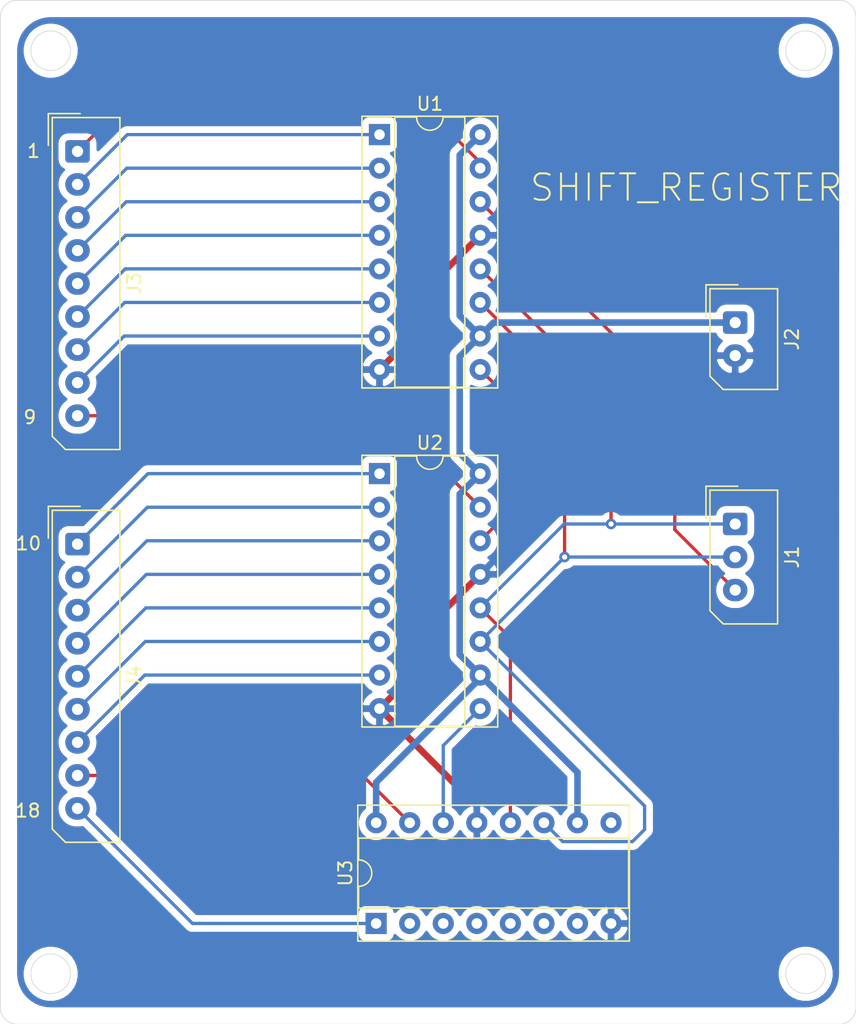
<source format=kicad_pcb>
(kicad_pcb (version 20171130) (host pcbnew "(5.1.8)-1")

  (general
    (thickness 1.6)
    (drawings 19)
    (tracks 89)
    (zones 0)
    (modules 7)
    (nets 33)
  )

  (page A4)
  (layers
    (0 F.Cu signal)
    (31 B.Cu signal)
    (32 B.Adhes user)
    (33 F.Adhes user)
    (34 B.Paste user)
    (35 F.Paste user)
    (36 B.SilkS user)
    (37 F.SilkS user)
    (38 B.Mask user)
    (39 F.Mask user)
    (40 Dwgs.User user)
    (41 Cmts.User user)
    (42 Eco1.User user)
    (43 Eco2.User user)
    (44 Edge.Cuts user)
    (45 Margin user)
    (46 B.CrtYd user)
    (47 F.CrtYd user)
    (48 B.Fab user)
    (49 F.Fab user)
  )

  (setup
    (last_trace_width 0.25)
    (trace_clearance 0.2)
    (zone_clearance 0.508)
    (zone_45_only no)
    (trace_min 0.2)
    (via_size 0.8)
    (via_drill 0.4)
    (via_min_size 0.4)
    (via_min_drill 0.3)
    (uvia_size 0.3)
    (uvia_drill 0.1)
    (uvias_allowed no)
    (uvia_min_size 0.2)
    (uvia_min_drill 0.1)
    (edge_width 0.05)
    (segment_width 0.2)
    (pcb_text_width 0.3)
    (pcb_text_size 1.5 1.5)
    (mod_edge_width 0.12)
    (mod_text_size 1 1)
    (mod_text_width 0.15)
    (pad_size 1.524 1.524)
    (pad_drill 0.762)
    (pad_to_mask_clearance 0)
    (aux_axis_origin 0 0)
    (visible_elements 7FFFFFFF)
    (pcbplotparams
      (layerselection 0x010fc_ffffffff)
      (usegerberextensions false)
      (usegerberattributes true)
      (usegerberadvancedattributes true)
      (creategerberjobfile true)
      (excludeedgelayer true)
      (linewidth 0.100000)
      (plotframeref false)
      (viasonmask false)
      (mode 1)
      (useauxorigin false)
      (hpglpennumber 1)
      (hpglpenspeed 20)
      (hpglpendiameter 15.000000)
      (psnegative false)
      (psa4output false)
      (plotreference true)
      (plotvalue true)
      (plotinvisibletext false)
      (padsonsilk false)
      (subtractmaskfromsilk false)
      (outputformat 1)
      (mirror false)
      (drillshape 0)
      (scaleselection 1)
      (outputdirectory "C:/Users/hjpark/Documents/kiCad/heating/final_edge/gerber_final/shift_register/"))
  )

  (net 0 "")
  (net 1 /data)
  (net 2 /clk)
  (net 3 /latch)
  (net 4 GND)
  (net 5 +3V3)
  (net 6 /B0)
  (net 7 /A7)
  (net 8 /A6)
  (net 9 /A5)
  (net 10 /A4)
  (net 11 /A3)
  (net 12 /A2)
  (net 13 /A1)
  (net 14 /A0)
  (net 15 /C1)
  (net 16 /C0)
  (net 17 /B7)
  (net 18 /B6)
  (net 19 /B5)
  (net 20 /B4)
  (net 21 /B3)
  (net 22 /B2)
  (net 23 /B1)
  (net 24 /AtoB)
  (net 25 /BtoC)
  (net 26 "Net-(U3-Pad7)")
  (net 27 "Net-(U3-Pad6)")
  (net 28 "Net-(U3-Pad5)")
  (net 29 "Net-(U3-Pad4)")
  (net 30 "Net-(U3-Pad3)")
  (net 31 "Net-(U3-Pad2)")
  (net 32 "Net-(U3-Pad9)")

  (net_class Default "This is the default net class."
    (clearance 0.2)
    (trace_width 0.25)
    (via_dia 0.8)
    (via_drill 0.4)
    (uvia_dia 0.3)
    (uvia_drill 0.1)
    (add_net /A0)
    (add_net /A1)
    (add_net /A2)
    (add_net /A3)
    (add_net /A4)
    (add_net /A5)
    (add_net /A6)
    (add_net /A7)
    (add_net /AtoB)
    (add_net /B0)
    (add_net /B1)
    (add_net /B2)
    (add_net /B3)
    (add_net /B4)
    (add_net /B5)
    (add_net /B6)
    (add_net /B7)
    (add_net /BtoC)
    (add_net /C0)
    (add_net /C1)
    (add_net /clk)
    (add_net /data)
    (add_net /latch)
    (add_net "Net-(U3-Pad2)")
    (add_net "Net-(U3-Pad3)")
    (add_net "Net-(U3-Pad4)")
    (add_net "Net-(U3-Pad5)")
    (add_net "Net-(U3-Pad6)")
    (add_net "Net-(U3-Pad7)")
    (add_net "Net-(U3-Pad9)")
  )

  (net_class power ""
    (clearance 0.5)
    (trace_width 0.5)
    (via_dia 0.8)
    (via_drill 0.4)
    (uvia_dia 0.3)
    (uvia_drill 0.1)
    (add_net +3V3)
    (add_net GND)
  )

  (module Package_DIP:DIP-16_W7.62mm_Socket (layer F.Cu) (tedit 5A02E8C5) (tstamp 60A2B7C0)
    (at 140.208 119.38 90)
    (descr "16-lead though-hole mounted DIP package, row spacing 7.62 mm (300 mils), Socket")
    (tags "THT DIP DIL PDIP 2.54mm 7.62mm 300mil Socket")
    (path /60A5DABA)
    (fp_text reference U3 (at 3.81 -2.33 90) (layer F.SilkS)
      (effects (font (size 1 1) (thickness 0.15)))
    )
    (fp_text value 74LS595 (at 3.81 20.11 90) (layer F.Fab)
      (effects (font (size 1 1) (thickness 0.15)))
    )
    (fp_line (start 1.635 -1.27) (end 6.985 -1.27) (layer F.Fab) (width 0.1))
    (fp_line (start 6.985 -1.27) (end 6.985 19.05) (layer F.Fab) (width 0.1))
    (fp_line (start 6.985 19.05) (end 0.635 19.05) (layer F.Fab) (width 0.1))
    (fp_line (start 0.635 19.05) (end 0.635 -0.27) (layer F.Fab) (width 0.1))
    (fp_line (start 0.635 -0.27) (end 1.635 -1.27) (layer F.Fab) (width 0.1))
    (fp_line (start -1.27 -1.33) (end -1.27 19.11) (layer F.Fab) (width 0.1))
    (fp_line (start -1.27 19.11) (end 8.89 19.11) (layer F.Fab) (width 0.1))
    (fp_line (start 8.89 19.11) (end 8.89 -1.33) (layer F.Fab) (width 0.1))
    (fp_line (start 8.89 -1.33) (end -1.27 -1.33) (layer F.Fab) (width 0.1))
    (fp_line (start 2.81 -1.33) (end 1.16 -1.33) (layer F.SilkS) (width 0.12))
    (fp_line (start 1.16 -1.33) (end 1.16 19.11) (layer F.SilkS) (width 0.12))
    (fp_line (start 1.16 19.11) (end 6.46 19.11) (layer F.SilkS) (width 0.12))
    (fp_line (start 6.46 19.11) (end 6.46 -1.33) (layer F.SilkS) (width 0.12))
    (fp_line (start 6.46 -1.33) (end 4.81 -1.33) (layer F.SilkS) (width 0.12))
    (fp_line (start -1.33 -1.39) (end -1.33 19.17) (layer F.SilkS) (width 0.12))
    (fp_line (start -1.33 19.17) (end 8.95 19.17) (layer F.SilkS) (width 0.12))
    (fp_line (start 8.95 19.17) (end 8.95 -1.39) (layer F.SilkS) (width 0.12))
    (fp_line (start 8.95 -1.39) (end -1.33 -1.39) (layer F.SilkS) (width 0.12))
    (fp_line (start -1.55 -1.6) (end -1.55 19.4) (layer F.CrtYd) (width 0.05))
    (fp_line (start -1.55 19.4) (end 9.15 19.4) (layer F.CrtYd) (width 0.05))
    (fp_line (start 9.15 19.4) (end 9.15 -1.6) (layer F.CrtYd) (width 0.05))
    (fp_line (start 9.15 -1.6) (end -1.55 -1.6) (layer F.CrtYd) (width 0.05))
    (fp_text user %R (at 3.81 8.89 90) (layer F.Fab)
      (effects (font (size 1 1) (thickness 0.15)))
    )
    (fp_arc (start 3.81 -1.33) (end 2.81 -1.33) (angle -180) (layer F.SilkS) (width 0.12))
    (pad 16 thru_hole oval (at 7.62 0 90) (size 1.6 1.6) (drill 0.8) (layers *.Cu *.Mask)
      (net 5 +3V3))
    (pad 8 thru_hole oval (at 0 17.78 90) (size 1.6 1.6) (drill 0.8) (layers *.Cu *.Mask)
      (net 4 GND))
    (pad 15 thru_hole oval (at 7.62 2.54 90) (size 1.6 1.6) (drill 0.8) (layers *.Cu *.Mask)
      (net 16 /C0))
    (pad 7 thru_hole oval (at 0 15.24 90) (size 1.6 1.6) (drill 0.8) (layers *.Cu *.Mask)
      (net 26 "Net-(U3-Pad7)"))
    (pad 14 thru_hole oval (at 7.62 5.08 90) (size 1.6 1.6) (drill 0.8) (layers *.Cu *.Mask)
      (net 25 /BtoC))
    (pad 6 thru_hole oval (at 0 12.7 90) (size 1.6 1.6) (drill 0.8) (layers *.Cu *.Mask)
      (net 27 "Net-(U3-Pad6)"))
    (pad 13 thru_hole oval (at 7.62 7.62 90) (size 1.6 1.6) (drill 0.8) (layers *.Cu *.Mask)
      (net 4 GND))
    (pad 5 thru_hole oval (at 0 10.16 90) (size 1.6 1.6) (drill 0.8) (layers *.Cu *.Mask)
      (net 28 "Net-(U3-Pad5)"))
    (pad 12 thru_hole oval (at 7.62 10.16 90) (size 1.6 1.6) (drill 0.8) (layers *.Cu *.Mask)
      (net 3 /latch))
    (pad 4 thru_hole oval (at 0 7.62 90) (size 1.6 1.6) (drill 0.8) (layers *.Cu *.Mask)
      (net 29 "Net-(U3-Pad4)"))
    (pad 11 thru_hole oval (at 7.62 12.7 90) (size 1.6 1.6) (drill 0.8) (layers *.Cu *.Mask)
      (net 2 /clk))
    (pad 3 thru_hole oval (at 0 5.08 90) (size 1.6 1.6) (drill 0.8) (layers *.Cu *.Mask)
      (net 30 "Net-(U3-Pad3)"))
    (pad 10 thru_hole oval (at 7.62 15.24 90) (size 1.6 1.6) (drill 0.8) (layers *.Cu *.Mask)
      (net 5 +3V3))
    (pad 2 thru_hole oval (at 0 2.54 90) (size 1.6 1.6) (drill 0.8) (layers *.Cu *.Mask)
      (net 31 "Net-(U3-Pad2)"))
    (pad 9 thru_hole oval (at 7.62 17.78 90) (size 1.6 1.6) (drill 0.8) (layers *.Cu *.Mask)
      (net 32 "Net-(U3-Pad9)"))
    (pad 1 thru_hole rect (at 0 0 90) (size 1.6 1.6) (drill 0.8) (layers *.Cu *.Mask)
      (net 15 /C1))
    (model ${KISYS3DMOD}/Package_DIP.3dshapes/DIP-16_W7.62mm_Socket.wrl
      (at (xyz 0 0 0))
      (scale (xyz 1 1 1))
      (rotate (xyz 0 0 0))
    )
  )

  (module Package_DIP:DIP-16_W7.62mm_Socket (layer F.Cu) (tedit 5A02E8C5) (tstamp 60A2B794)
    (at 140.462 85.344)
    (descr "16-lead though-hole mounted DIP package, row spacing 7.62 mm (300 mils), Socket")
    (tags "THT DIP DIL PDIP 2.54mm 7.62mm 300mil Socket")
    (path /60A5D612)
    (fp_text reference U2 (at 3.81 -2.33) (layer F.SilkS)
      (effects (font (size 1 1) (thickness 0.15)))
    )
    (fp_text value 74LS595 (at 3.81 20.11) (layer F.Fab)
      (effects (font (size 1 1) (thickness 0.15)))
    )
    (fp_line (start 1.635 -1.27) (end 6.985 -1.27) (layer F.Fab) (width 0.1))
    (fp_line (start 6.985 -1.27) (end 6.985 19.05) (layer F.Fab) (width 0.1))
    (fp_line (start 6.985 19.05) (end 0.635 19.05) (layer F.Fab) (width 0.1))
    (fp_line (start 0.635 19.05) (end 0.635 -0.27) (layer F.Fab) (width 0.1))
    (fp_line (start 0.635 -0.27) (end 1.635 -1.27) (layer F.Fab) (width 0.1))
    (fp_line (start -1.27 -1.33) (end -1.27 19.11) (layer F.Fab) (width 0.1))
    (fp_line (start -1.27 19.11) (end 8.89 19.11) (layer F.Fab) (width 0.1))
    (fp_line (start 8.89 19.11) (end 8.89 -1.33) (layer F.Fab) (width 0.1))
    (fp_line (start 8.89 -1.33) (end -1.27 -1.33) (layer F.Fab) (width 0.1))
    (fp_line (start 2.81 -1.33) (end 1.16 -1.33) (layer F.SilkS) (width 0.12))
    (fp_line (start 1.16 -1.33) (end 1.16 19.11) (layer F.SilkS) (width 0.12))
    (fp_line (start 1.16 19.11) (end 6.46 19.11) (layer F.SilkS) (width 0.12))
    (fp_line (start 6.46 19.11) (end 6.46 -1.33) (layer F.SilkS) (width 0.12))
    (fp_line (start 6.46 -1.33) (end 4.81 -1.33) (layer F.SilkS) (width 0.12))
    (fp_line (start -1.33 -1.39) (end -1.33 19.17) (layer F.SilkS) (width 0.12))
    (fp_line (start -1.33 19.17) (end 8.95 19.17) (layer F.SilkS) (width 0.12))
    (fp_line (start 8.95 19.17) (end 8.95 -1.39) (layer F.SilkS) (width 0.12))
    (fp_line (start 8.95 -1.39) (end -1.33 -1.39) (layer F.SilkS) (width 0.12))
    (fp_line (start -1.55 -1.6) (end -1.55 19.4) (layer F.CrtYd) (width 0.05))
    (fp_line (start -1.55 19.4) (end 9.15 19.4) (layer F.CrtYd) (width 0.05))
    (fp_line (start 9.15 19.4) (end 9.15 -1.6) (layer F.CrtYd) (width 0.05))
    (fp_line (start 9.15 -1.6) (end -1.55 -1.6) (layer F.CrtYd) (width 0.05))
    (fp_text user %R (at 3.81 8.89) (layer F.Fab)
      (effects (font (size 1 1) (thickness 0.15)))
    )
    (fp_arc (start 3.81 -1.33) (end 2.81 -1.33) (angle -180) (layer F.SilkS) (width 0.12))
    (pad 16 thru_hole oval (at 7.62 0) (size 1.6 1.6) (drill 0.8) (layers *.Cu *.Mask)
      (net 5 +3V3))
    (pad 8 thru_hole oval (at 0 17.78) (size 1.6 1.6) (drill 0.8) (layers *.Cu *.Mask)
      (net 4 GND))
    (pad 15 thru_hole oval (at 7.62 2.54) (size 1.6 1.6) (drill 0.8) (layers *.Cu *.Mask)
      (net 6 /B0))
    (pad 7 thru_hole oval (at 0 15.24) (size 1.6 1.6) (drill 0.8) (layers *.Cu *.Mask)
      (net 17 /B7))
    (pad 14 thru_hole oval (at 7.62 5.08) (size 1.6 1.6) (drill 0.8) (layers *.Cu *.Mask)
      (net 24 /AtoB))
    (pad 6 thru_hole oval (at 0 12.7) (size 1.6 1.6) (drill 0.8) (layers *.Cu *.Mask)
      (net 18 /B6))
    (pad 13 thru_hole oval (at 7.62 7.62) (size 1.6 1.6) (drill 0.8) (layers *.Cu *.Mask)
      (net 4 GND))
    (pad 5 thru_hole oval (at 0 10.16) (size 1.6 1.6) (drill 0.8) (layers *.Cu *.Mask)
      (net 19 /B5))
    (pad 12 thru_hole oval (at 7.62 10.16) (size 1.6 1.6) (drill 0.8) (layers *.Cu *.Mask)
      (net 3 /latch))
    (pad 4 thru_hole oval (at 0 7.62) (size 1.6 1.6) (drill 0.8) (layers *.Cu *.Mask)
      (net 20 /B4))
    (pad 11 thru_hole oval (at 7.62 12.7) (size 1.6 1.6) (drill 0.8) (layers *.Cu *.Mask)
      (net 2 /clk))
    (pad 3 thru_hole oval (at 0 5.08) (size 1.6 1.6) (drill 0.8) (layers *.Cu *.Mask)
      (net 21 /B3))
    (pad 10 thru_hole oval (at 7.62 15.24) (size 1.6 1.6) (drill 0.8) (layers *.Cu *.Mask)
      (net 5 +3V3))
    (pad 2 thru_hole oval (at 0 2.54) (size 1.6 1.6) (drill 0.8) (layers *.Cu *.Mask)
      (net 22 /B2))
    (pad 9 thru_hole oval (at 7.62 17.78) (size 1.6 1.6) (drill 0.8) (layers *.Cu *.Mask)
      (net 25 /BtoC))
    (pad 1 thru_hole rect (at 0 0) (size 1.6 1.6) (drill 0.8) (layers *.Cu *.Mask)
      (net 23 /B1))
    (model ${KISYS3DMOD}/Package_DIP.3dshapes/DIP-16_W7.62mm_Socket.wrl
      (at (xyz 0 0 0))
      (scale (xyz 1 1 1))
      (rotate (xyz 0 0 0))
    )
  )

  (module Package_DIP:DIP-16_W7.62mm_Socket (layer F.Cu) (tedit 5A02E8C5) (tstamp 60A2B768)
    (at 140.462 59.69)
    (descr "16-lead though-hole mounted DIP package, row spacing 7.62 mm (300 mils), Socket")
    (tags "THT DIP DIL PDIP 2.54mm 7.62mm 300mil Socket")
    (path /60A5C061)
    (fp_text reference U1 (at 3.81 -2.33) (layer F.SilkS)
      (effects (font (size 1 1) (thickness 0.15)))
    )
    (fp_text value 74LS595 (at 3.81 20.11) (layer F.Fab)
      (effects (font (size 1 1) (thickness 0.15)))
    )
    (fp_line (start 1.635 -1.27) (end 6.985 -1.27) (layer F.Fab) (width 0.1))
    (fp_line (start 6.985 -1.27) (end 6.985 19.05) (layer F.Fab) (width 0.1))
    (fp_line (start 6.985 19.05) (end 0.635 19.05) (layer F.Fab) (width 0.1))
    (fp_line (start 0.635 19.05) (end 0.635 -0.27) (layer F.Fab) (width 0.1))
    (fp_line (start 0.635 -0.27) (end 1.635 -1.27) (layer F.Fab) (width 0.1))
    (fp_line (start -1.27 -1.33) (end -1.27 19.11) (layer F.Fab) (width 0.1))
    (fp_line (start -1.27 19.11) (end 8.89 19.11) (layer F.Fab) (width 0.1))
    (fp_line (start 8.89 19.11) (end 8.89 -1.33) (layer F.Fab) (width 0.1))
    (fp_line (start 8.89 -1.33) (end -1.27 -1.33) (layer F.Fab) (width 0.1))
    (fp_line (start 2.81 -1.33) (end 1.16 -1.33) (layer F.SilkS) (width 0.12))
    (fp_line (start 1.16 -1.33) (end 1.16 19.11) (layer F.SilkS) (width 0.12))
    (fp_line (start 1.16 19.11) (end 6.46 19.11) (layer F.SilkS) (width 0.12))
    (fp_line (start 6.46 19.11) (end 6.46 -1.33) (layer F.SilkS) (width 0.12))
    (fp_line (start 6.46 -1.33) (end 4.81 -1.33) (layer F.SilkS) (width 0.12))
    (fp_line (start -1.33 -1.39) (end -1.33 19.17) (layer F.SilkS) (width 0.12))
    (fp_line (start -1.33 19.17) (end 8.95 19.17) (layer F.SilkS) (width 0.12))
    (fp_line (start 8.95 19.17) (end 8.95 -1.39) (layer F.SilkS) (width 0.12))
    (fp_line (start 8.95 -1.39) (end -1.33 -1.39) (layer F.SilkS) (width 0.12))
    (fp_line (start -1.55 -1.6) (end -1.55 19.4) (layer F.CrtYd) (width 0.05))
    (fp_line (start -1.55 19.4) (end 9.15 19.4) (layer F.CrtYd) (width 0.05))
    (fp_line (start 9.15 19.4) (end 9.15 -1.6) (layer F.CrtYd) (width 0.05))
    (fp_line (start 9.15 -1.6) (end -1.55 -1.6) (layer F.CrtYd) (width 0.05))
    (fp_text user %R (at 3.81 8.89) (layer F.Fab)
      (effects (font (size 1 1) (thickness 0.15)))
    )
    (fp_arc (start 3.81 -1.33) (end 2.81 -1.33) (angle -180) (layer F.SilkS) (width 0.12))
    (pad 16 thru_hole oval (at 7.62 0) (size 1.6 1.6) (drill 0.8) (layers *.Cu *.Mask)
      (net 5 +3V3))
    (pad 8 thru_hole oval (at 0 17.78) (size 1.6 1.6) (drill 0.8) (layers *.Cu *.Mask)
      (net 4 GND))
    (pad 15 thru_hole oval (at 7.62 2.54) (size 1.6 1.6) (drill 0.8) (layers *.Cu *.Mask)
      (net 14 /A0))
    (pad 7 thru_hole oval (at 0 15.24) (size 1.6 1.6) (drill 0.8) (layers *.Cu *.Mask)
      (net 7 /A7))
    (pad 14 thru_hole oval (at 7.62 5.08) (size 1.6 1.6) (drill 0.8) (layers *.Cu *.Mask)
      (net 1 /data))
    (pad 6 thru_hole oval (at 0 12.7) (size 1.6 1.6) (drill 0.8) (layers *.Cu *.Mask)
      (net 8 /A6))
    (pad 13 thru_hole oval (at 7.62 7.62) (size 1.6 1.6) (drill 0.8) (layers *.Cu *.Mask)
      (net 4 GND))
    (pad 5 thru_hole oval (at 0 10.16) (size 1.6 1.6) (drill 0.8) (layers *.Cu *.Mask)
      (net 9 /A5))
    (pad 12 thru_hole oval (at 7.62 10.16) (size 1.6 1.6) (drill 0.8) (layers *.Cu *.Mask)
      (net 3 /latch))
    (pad 4 thru_hole oval (at 0 7.62) (size 1.6 1.6) (drill 0.8) (layers *.Cu *.Mask)
      (net 10 /A4))
    (pad 11 thru_hole oval (at 7.62 12.7) (size 1.6 1.6) (drill 0.8) (layers *.Cu *.Mask)
      (net 2 /clk))
    (pad 3 thru_hole oval (at 0 5.08) (size 1.6 1.6) (drill 0.8) (layers *.Cu *.Mask)
      (net 11 /A3))
    (pad 10 thru_hole oval (at 7.62 15.24) (size 1.6 1.6) (drill 0.8) (layers *.Cu *.Mask)
      (net 5 +3V3))
    (pad 2 thru_hole oval (at 0 2.54) (size 1.6 1.6) (drill 0.8) (layers *.Cu *.Mask)
      (net 12 /A2))
    (pad 9 thru_hole oval (at 7.62 17.78) (size 1.6 1.6) (drill 0.8) (layers *.Cu *.Mask)
      (net 24 /AtoB))
    (pad 1 thru_hole rect (at 0 0) (size 1.6 1.6) (drill 0.8) (layers *.Cu *.Mask)
      (net 13 /A1))
    (model ${KISYS3DMOD}/Package_DIP.3dshapes/DIP-16_W7.62mm_Socket.wrl
      (at (xyz 0 0 0))
      (scale (xyz 1 1 1))
      (rotate (xyz 0 0 0))
    )
  )

  (module Connector_Molex:Molex_SPOX_5267-09A_1x09_P2.50mm_Vertical (layer F.Cu) (tedit 5B7833F7) (tstamp 60A2B73C)
    (at 117.602 90.678 270)
    (descr "Molex SPOX Connector System, 5267-09A, 9 Pins per row (http://www.molex.com/pdm_docs/sd/022035035_sd.pdf), generated with kicad-footprint-generator")
    (tags "connector Molex SPOX side entry")
    (path /60A64234)
    (fp_text reference J4 (at 10 -4.3 90) (layer F.SilkS)
      (effects (font (size 1 1) (thickness 0.15)))
    )
    (fp_text value Conn_01x09 (at 10 3 90) (layer F.Fab)
      (effects (font (size 1 1) (thickness 0.15)))
    )
    (fp_line (start -2.45 -3.1) (end -2.45 1.8) (layer F.Fab) (width 0.1))
    (fp_line (start -2.45 1.8) (end 21.45 1.8) (layer F.Fab) (width 0.1))
    (fp_line (start 21.45 1.8) (end 22.45 0.8) (layer F.Fab) (width 0.1))
    (fp_line (start 22.45 0.8) (end 22.45 -3.1) (layer F.Fab) (width 0.1))
    (fp_line (start 22.45 -3.1) (end -2.45 -3.1) (layer F.Fab) (width 0.1))
    (fp_line (start -2.56 -3.21) (end -2.56 1.91) (layer F.SilkS) (width 0.12))
    (fp_line (start -2.56 1.91) (end 21.56 1.91) (layer F.SilkS) (width 0.12))
    (fp_line (start 21.56 1.91) (end 22.56 0.91) (layer F.SilkS) (width 0.12))
    (fp_line (start 22.56 0.91) (end 22.56 -3.21) (layer F.SilkS) (width 0.12))
    (fp_line (start 22.56 -3.21) (end -2.56 -3.21) (layer F.SilkS) (width 0.12))
    (fp_line (start -2.86 -0.2) (end -2.86 2.21) (layer F.SilkS) (width 0.12))
    (fp_line (start -2.86 2.21) (end -0.45 2.21) (layer F.SilkS) (width 0.12))
    (fp_line (start -0.5 1.8) (end 0 1.092893) (layer F.Fab) (width 0.1))
    (fp_line (start 0 1.092893) (end 0.5 1.8) (layer F.Fab) (width 0.1))
    (fp_line (start -2.95 -3.6) (end -2.95 2.3) (layer F.CrtYd) (width 0.05))
    (fp_line (start -2.95 2.3) (end 21.95 2.3) (layer F.CrtYd) (width 0.05))
    (fp_line (start 21.95 2.3) (end 22.95 1.3) (layer F.CrtYd) (width 0.05))
    (fp_line (start 22.95 1.3) (end 22.95 -3.6) (layer F.CrtYd) (width 0.05))
    (fp_line (start 22.95 -3.6) (end -2.95 -3.6) (layer F.CrtYd) (width 0.05))
    (fp_text user %R (at 10 -2.4 90) (layer F.Fab)
      (effects (font (size 1 1) (thickness 0.15)))
    )
    (pad 9 thru_hole oval (at 20 0 270) (size 1.7 1.85) (drill 0.85) (layers *.Cu *.Mask)
      (net 15 /C1))
    (pad 8 thru_hole oval (at 17.5 0 270) (size 1.7 1.85) (drill 0.85) (layers *.Cu *.Mask)
      (net 16 /C0))
    (pad 7 thru_hole oval (at 15 0 270) (size 1.7 1.85) (drill 0.85) (layers *.Cu *.Mask)
      (net 17 /B7))
    (pad 6 thru_hole oval (at 12.5 0 270) (size 1.7 1.85) (drill 0.85) (layers *.Cu *.Mask)
      (net 18 /B6))
    (pad 5 thru_hole oval (at 10 0 270) (size 1.7 1.85) (drill 0.85) (layers *.Cu *.Mask)
      (net 19 /B5))
    (pad 4 thru_hole oval (at 7.5 0 270) (size 1.7 1.85) (drill 0.85) (layers *.Cu *.Mask)
      (net 20 /B4))
    (pad 3 thru_hole oval (at 5 0 270) (size 1.7 1.85) (drill 0.85) (layers *.Cu *.Mask)
      (net 21 /B3))
    (pad 2 thru_hole oval (at 2.5 0 270) (size 1.7 1.85) (drill 0.85) (layers *.Cu *.Mask)
      (net 22 /B2))
    (pad 1 thru_hole roundrect (at 0 0 270) (size 1.7 1.85) (drill 0.85) (layers *.Cu *.Mask) (roundrect_rratio 0.1470588235294118)
      (net 23 /B1))
    (model ${KISYS3DMOD}/Connector_Molex.3dshapes/Molex_SPOX_5267-09A_1x09_P2.50mm_Vertical.wrl
      (at (xyz 0 0 0))
      (scale (xyz 1 1 1))
      (rotate (xyz 0 0 0))
    )
  )

  (module Connector_Molex:Molex_SPOX_5267-09A_1x09_P2.50mm_Vertical (layer F.Cu) (tedit 5B7833F7) (tstamp 60A2B71B)
    (at 117.602 60.96 270)
    (descr "Molex SPOX Connector System, 5267-09A, 9 Pins per row (http://www.molex.com/pdm_docs/sd/022035035_sd.pdf), generated with kicad-footprint-generator")
    (tags "connector Molex SPOX side entry")
    (path /60A639BA)
    (fp_text reference J3 (at 10 -4.3 90) (layer F.SilkS)
      (effects (font (size 1 1) (thickness 0.15)))
    )
    (fp_text value Conn_01x09 (at 10 3 90) (layer F.Fab)
      (effects (font (size 1 1) (thickness 0.15)))
    )
    (fp_line (start -2.45 -3.1) (end -2.45 1.8) (layer F.Fab) (width 0.1))
    (fp_line (start -2.45 1.8) (end 21.45 1.8) (layer F.Fab) (width 0.1))
    (fp_line (start 21.45 1.8) (end 22.45 0.8) (layer F.Fab) (width 0.1))
    (fp_line (start 22.45 0.8) (end 22.45 -3.1) (layer F.Fab) (width 0.1))
    (fp_line (start 22.45 -3.1) (end -2.45 -3.1) (layer F.Fab) (width 0.1))
    (fp_line (start -2.56 -3.21) (end -2.56 1.91) (layer F.SilkS) (width 0.12))
    (fp_line (start -2.56 1.91) (end 21.56 1.91) (layer F.SilkS) (width 0.12))
    (fp_line (start 21.56 1.91) (end 22.56 0.91) (layer F.SilkS) (width 0.12))
    (fp_line (start 22.56 0.91) (end 22.56 -3.21) (layer F.SilkS) (width 0.12))
    (fp_line (start 22.56 -3.21) (end -2.56 -3.21) (layer F.SilkS) (width 0.12))
    (fp_line (start -2.86 -0.2) (end -2.86 2.21) (layer F.SilkS) (width 0.12))
    (fp_line (start -2.86 2.21) (end -0.45 2.21) (layer F.SilkS) (width 0.12))
    (fp_line (start -0.5 1.8) (end 0 1.092893) (layer F.Fab) (width 0.1))
    (fp_line (start 0 1.092893) (end 0.5 1.8) (layer F.Fab) (width 0.1))
    (fp_line (start -2.95 -3.6) (end -2.95 2.3) (layer F.CrtYd) (width 0.05))
    (fp_line (start -2.95 2.3) (end 21.95 2.3) (layer F.CrtYd) (width 0.05))
    (fp_line (start 21.95 2.3) (end 22.95 1.3) (layer F.CrtYd) (width 0.05))
    (fp_line (start 22.95 1.3) (end 22.95 -3.6) (layer F.CrtYd) (width 0.05))
    (fp_line (start 22.95 -3.6) (end -2.95 -3.6) (layer F.CrtYd) (width 0.05))
    (fp_text user %R (at 10 -2.4 90) (layer F.Fab)
      (effects (font (size 1 1) (thickness 0.15)))
    )
    (pad 9 thru_hole oval (at 20 0 270) (size 1.7 1.85) (drill 0.85) (layers *.Cu *.Mask)
      (net 6 /B0))
    (pad 8 thru_hole oval (at 17.5 0 270) (size 1.7 1.85) (drill 0.85) (layers *.Cu *.Mask)
      (net 7 /A7))
    (pad 7 thru_hole oval (at 15 0 270) (size 1.7 1.85) (drill 0.85) (layers *.Cu *.Mask)
      (net 8 /A6))
    (pad 6 thru_hole oval (at 12.5 0 270) (size 1.7 1.85) (drill 0.85) (layers *.Cu *.Mask)
      (net 9 /A5))
    (pad 5 thru_hole oval (at 10 0 270) (size 1.7 1.85) (drill 0.85) (layers *.Cu *.Mask)
      (net 10 /A4))
    (pad 4 thru_hole oval (at 7.5 0 270) (size 1.7 1.85) (drill 0.85) (layers *.Cu *.Mask)
      (net 11 /A3))
    (pad 3 thru_hole oval (at 5 0 270) (size 1.7 1.85) (drill 0.85) (layers *.Cu *.Mask)
      (net 12 /A2))
    (pad 2 thru_hole oval (at 2.5 0 270) (size 1.7 1.85) (drill 0.85) (layers *.Cu *.Mask)
      (net 13 /A1))
    (pad 1 thru_hole roundrect (at 0 0 270) (size 1.7 1.85) (drill 0.85) (layers *.Cu *.Mask) (roundrect_rratio 0.1470588235294118)
      (net 14 /A0))
    (model ${KISYS3DMOD}/Connector_Molex.3dshapes/Molex_SPOX_5267-09A_1x09_P2.50mm_Vertical.wrl
      (at (xyz 0 0 0))
      (scale (xyz 1 1 1))
      (rotate (xyz 0 0 0))
    )
  )

  (module Connector_Molex:Molex_SPOX_5267-02A_1x02_P2.50mm_Vertical (layer F.Cu) (tedit 5B7833F7) (tstamp 60A2B6FA)
    (at 167.386 73.914 270)
    (descr "Molex SPOX Connector System, 5267-02A, 2 Pins per row (http://www.molex.com/pdm_docs/sd/022035035_sd.pdf), generated with kicad-footprint-generator")
    (tags "connector Molex SPOX side entry")
    (path /60A64CF9)
    (fp_text reference J2 (at 1.25 -4.3 90) (layer F.SilkS)
      (effects (font (size 1 1) (thickness 0.15)))
    )
    (fp_text value Conn_01x02 (at 1.25 3 90) (layer F.Fab)
      (effects (font (size 1 1) (thickness 0.15)))
    )
    (fp_line (start -2.45 -3.1) (end -2.45 1.8) (layer F.Fab) (width 0.1))
    (fp_line (start -2.45 1.8) (end 3.95 1.8) (layer F.Fab) (width 0.1))
    (fp_line (start 3.95 1.8) (end 4.95 0.8) (layer F.Fab) (width 0.1))
    (fp_line (start 4.95 0.8) (end 4.95 -3.1) (layer F.Fab) (width 0.1))
    (fp_line (start 4.95 -3.1) (end -2.45 -3.1) (layer F.Fab) (width 0.1))
    (fp_line (start -2.56 -3.21) (end -2.56 1.91) (layer F.SilkS) (width 0.12))
    (fp_line (start -2.56 1.91) (end 4.06 1.91) (layer F.SilkS) (width 0.12))
    (fp_line (start 4.06 1.91) (end 5.06 0.91) (layer F.SilkS) (width 0.12))
    (fp_line (start 5.06 0.91) (end 5.06 -3.21) (layer F.SilkS) (width 0.12))
    (fp_line (start 5.06 -3.21) (end -2.56 -3.21) (layer F.SilkS) (width 0.12))
    (fp_line (start -2.86 -0.2) (end -2.86 2.21) (layer F.SilkS) (width 0.12))
    (fp_line (start -2.86 2.21) (end -0.45 2.21) (layer F.SilkS) (width 0.12))
    (fp_line (start -0.5 1.8) (end 0 1.092893) (layer F.Fab) (width 0.1))
    (fp_line (start 0 1.092893) (end 0.5 1.8) (layer F.Fab) (width 0.1))
    (fp_line (start -2.95 -3.6) (end -2.95 2.3) (layer F.CrtYd) (width 0.05))
    (fp_line (start -2.95 2.3) (end 4.45 2.3) (layer F.CrtYd) (width 0.05))
    (fp_line (start 4.45 2.3) (end 5.45 1.3) (layer F.CrtYd) (width 0.05))
    (fp_line (start 5.45 1.3) (end 5.45 -3.6) (layer F.CrtYd) (width 0.05))
    (fp_line (start 5.45 -3.6) (end -2.95 -3.6) (layer F.CrtYd) (width 0.05))
    (fp_text user %R (at 1.25 -2.4 90) (layer F.Fab)
      (effects (font (size 1 1) (thickness 0.15)))
    )
    (pad 2 thru_hole oval (at 2.5 0 270) (size 1.7 1.85) (drill 0.85) (layers *.Cu *.Mask)
      (net 4 GND))
    (pad 1 thru_hole roundrect (at 0 0 270) (size 1.7 1.85) (drill 0.85) (layers *.Cu *.Mask) (roundrect_rratio 0.1470588235294118)
      (net 5 +3V3))
    (model ${KISYS3DMOD}/Connector_Molex.3dshapes/Molex_SPOX_5267-02A_1x02_P2.50mm_Vertical.wrl
      (at (xyz 0 0 0))
      (scale (xyz 1 1 1))
      (rotate (xyz 0 0 0))
    )
  )

  (module Connector_Molex:Molex_SPOX_5267-03A_1x03_P2.50mm_Vertical (layer F.Cu) (tedit 5B7833F7) (tstamp 60A2B6E0)
    (at 167.386 89.154 270)
    (descr "Molex SPOX Connector System, 5267-03A, 3 Pins per row (http://www.molex.com/pdm_docs/sd/022035035_sd.pdf), generated with kicad-footprint-generator")
    (tags "connector Molex SPOX side entry")
    (path /60A654E3)
    (fp_text reference J1 (at 2.5 -4.3 90) (layer F.SilkS)
      (effects (font (size 1 1) (thickness 0.15)))
    )
    (fp_text value Conn_01x03 (at 2.5 3 90) (layer F.Fab)
      (effects (font (size 1 1) (thickness 0.15)))
    )
    (fp_line (start -2.45 -3.1) (end -2.45 1.8) (layer F.Fab) (width 0.1))
    (fp_line (start -2.45 1.8) (end 6.45 1.8) (layer F.Fab) (width 0.1))
    (fp_line (start 6.45 1.8) (end 7.45 0.8) (layer F.Fab) (width 0.1))
    (fp_line (start 7.45 0.8) (end 7.45 -3.1) (layer F.Fab) (width 0.1))
    (fp_line (start 7.45 -3.1) (end -2.45 -3.1) (layer F.Fab) (width 0.1))
    (fp_line (start -2.56 -3.21) (end -2.56 1.91) (layer F.SilkS) (width 0.12))
    (fp_line (start -2.56 1.91) (end 6.56 1.91) (layer F.SilkS) (width 0.12))
    (fp_line (start 6.56 1.91) (end 7.56 0.91) (layer F.SilkS) (width 0.12))
    (fp_line (start 7.56 0.91) (end 7.56 -3.21) (layer F.SilkS) (width 0.12))
    (fp_line (start 7.56 -3.21) (end -2.56 -3.21) (layer F.SilkS) (width 0.12))
    (fp_line (start -2.86 -0.2) (end -2.86 2.21) (layer F.SilkS) (width 0.12))
    (fp_line (start -2.86 2.21) (end -0.45 2.21) (layer F.SilkS) (width 0.12))
    (fp_line (start -0.5 1.8) (end 0 1.092893) (layer F.Fab) (width 0.1))
    (fp_line (start 0 1.092893) (end 0.5 1.8) (layer F.Fab) (width 0.1))
    (fp_line (start -2.95 -3.6) (end -2.95 2.3) (layer F.CrtYd) (width 0.05))
    (fp_line (start -2.95 2.3) (end 6.95 2.3) (layer F.CrtYd) (width 0.05))
    (fp_line (start 6.95 2.3) (end 7.95 1.3) (layer F.CrtYd) (width 0.05))
    (fp_line (start 7.95 1.3) (end 7.95 -3.6) (layer F.CrtYd) (width 0.05))
    (fp_line (start 7.95 -3.6) (end -2.95 -3.6) (layer F.CrtYd) (width 0.05))
    (fp_text user %R (at 2.5 -2.4 90) (layer F.Fab)
      (effects (font (size 1 1) (thickness 0.15)))
    )
    (pad 3 thru_hole oval (at 5 0 270) (size 1.7 1.85) (drill 0.85) (layers *.Cu *.Mask)
      (net 1 /data))
    (pad 2 thru_hole oval (at 2.5 0 270) (size 1.7 1.85) (drill 0.85) (layers *.Cu *.Mask)
      (net 2 /clk))
    (pad 1 thru_hole roundrect (at 0 0 270) (size 1.7 1.85) (drill 0.85) (layers *.Cu *.Mask) (roundrect_rratio 0.1470588235294118)
      (net 3 /latch))
    (model ${KISYS3DMOD}/Connector_Molex.3dshapes/Molex_SPOX_5267-03A_1x03_P2.50mm_Vertical.wrl
      (at (xyz 0 0 0))
      (scale (xyz 1 1 1))
      (rotate (xyz 0 0 0))
    )
  )

  (gr_text SHIFT_REGISTER (at 163.6776 63.7032) (layer F.SilkS)
    (effects (font (size 2 2) (thickness 0.15)))
  )
  (gr_text 18 (at 113.8428 110.8456) (layer F.SilkS)
    (effects (font (size 1 1) (thickness 0.15)))
  )
  (gr_text 10 (at 113.8936 90.6272) (layer F.SilkS)
    (effects (font (size 1 1) (thickness 0.15)))
  )
  (gr_text 9 (at 113.9952 81.0768) (layer F.SilkS)
    (effects (font (size 1 1) (thickness 0.15)))
  )
  (gr_text 1 (at 114.2746 60.9346) (layer F.SilkS)
    (effects (font (size 1 1) (thickness 0.15)))
  )
  (gr_line (start 111.76 52.07) (end 111.76 50.8) (layer Edge.Cuts) (width 0.05) (tstamp 60A5B455))
  (gr_line (start 176.53 124.46) (end 176.53 125.73) (layer Edge.Cuts) (width 0.05) (tstamp 60A5B44C))
  (gr_circle (center 115.57 123.19) (end 117.07 123.19) (layer Edge.Cuts) (width 0.05) (tstamp 60A5B12C))
  (gr_circle (center 115.57 53.34) (end 117.07 53.34) (layer Edge.Cuts) (width 0.05) (tstamp 60A5B12C))
  (gr_circle (center 172.72 53.34) (end 174.22 53.34) (layer Edge.Cuts) (width 0.05) (tstamp 60A5B12C))
  (gr_circle (center 172.72 123.19) (end 174.22 123.19) (layer Edge.Cuts) (width 0.05))
  (gr_arc (start 113.03 125.73) (end 111.76 125.73) (angle -90) (layer Edge.Cuts) (width 0.05))
  (gr_arc (start 113.03 50.8) (end 113.03 49.53) (angle -90) (layer Edge.Cuts) (width 0.05))
  (gr_arc (start 175.26 50.8) (end 176.53 50.8) (angle -90) (layer Edge.Cuts) (width 0.05))
  (gr_arc (start 175.26 125.73) (end 175.26 127) (angle -90) (layer Edge.Cuts) (width 0.05))
  (gr_line (start 113.03 127) (end 175.26 127) (layer Edge.Cuts) (width 0.05))
  (gr_line (start 111.76 52.07) (end 111.76 125.73) (layer Edge.Cuts) (width 0.05))
  (gr_line (start 175.26 49.53) (end 113.03 49.53) (layer Edge.Cuts) (width 0.05))
  (gr_line (start 176.53 124.46) (end 176.53 50.8) (layer Edge.Cuts) (width 0.05))

  (segment (start 148.082 64.77) (end 162.814 79.502) (width 0.25) (layer F.Cu) (net 1))
  (segment (start 162.814 89.582) (end 167.386 94.154) (width 0.25) (layer F.Cu) (net 1))
  (segment (start 162.814 79.502) (end 162.814 89.582) (width 0.25) (layer F.Cu) (net 1))
  (segment (start 154.472 91.654) (end 148.082 98.044) (width 0.25) (layer B.Cu) (net 2))
  (segment (start 167.386 91.654) (end 154.472 91.654) (width 0.25) (layer B.Cu) (net 2))
  (segment (start 148.082 98.044) (end 160.528 110.49) (width 0.25) (layer B.Cu) (net 2))
  (segment (start 154.333001 113.185001) (end 159.610999 113.185001) (width 0.25) (layer B.Cu) (net 2))
  (segment (start 152.908 111.76) (end 154.333001 113.185001) (width 0.25) (layer B.Cu) (net 2))
  (segment (start 160.528 112.268) (end 160.528 110.49) (width 0.25) (layer B.Cu) (net 2))
  (segment (start 159.610999 113.185001) (end 160.528 112.268) (width 0.25) (layer B.Cu) (net 2))
  (via (at 154.472 91.654) (size 0.8) (drill 0.4) (layers F.Cu B.Cu) (net 2))
  (segment (start 154.472 78.78) (end 154.472 91.654) (width 0.25) (layer F.Cu) (net 2))
  (segment (start 148.082 72.39) (end 154.472 78.78) (width 0.25) (layer F.Cu) (net 2))
  (segment (start 154.432 89.154) (end 148.082 95.504) (width 0.25) (layer B.Cu) (net 3))
  (segment (start 150.368 97.79) (end 148.082 95.504) (width 0.25) (layer F.Cu) (net 3))
  (segment (start 150.368 111.76) (end 150.368 97.79) (width 0.25) (layer F.Cu) (net 3))
  (via (at 157.988 89.154) (size 0.8) (drill 0.4) (layers F.Cu B.Cu) (net 3))
  (segment (start 157.988 79.756) (end 157.988 89.154) (width 0.25) (layer F.Cu) (net 3))
  (segment (start 148.082 69.85) (end 157.988 79.756) (width 0.25) (layer F.Cu) (net 3))
  (segment (start 157.988 89.154) (end 154.432 89.154) (width 0.25) (layer B.Cu) (net 3))
  (segment (start 167.386 89.154) (end 157.988 89.154) (width 0.25) (layer B.Cu) (net 3))
  (segment (start 140.462 77.47) (end 144.272 73.66) (width 0.5) (layer F.Cu) (net 4))
  (segment (start 144.272 71.12) (end 148.082 67.31) (width 0.5) (layer F.Cu) (net 4))
  (segment (start 144.272 73.66) (end 144.272 71.12) (width 0.5) (layer F.Cu) (net 4))
  (segment (start 140.462 103.124) (end 144.272 99.314) (width 0.5) (layer F.Cu) (net 4))
  (segment (start 144.272 96.774) (end 148.082 92.964) (width 0.5) (layer F.Cu) (net 4))
  (segment (start 144.272 99.314) (end 144.272 96.774) (width 0.5) (layer F.Cu) (net 4))
  (segment (start 147.828 110.49) (end 140.462 103.124) (width 0.5) (layer F.Cu) (net 4))
  (segment (start 147.828 111.76) (end 147.828 110.49) (width 0.5) (layer F.Cu) (net 4))
  (segment (start 148.082 92.964) (end 149.098 91.948) (width 0.5) (layer B.Cu) (net 4))
  (segment (start 146.531999 73.379999) (end 148.082 74.93) (width 0.5) (layer B.Cu) (net 5))
  (segment (start 146.531999 61.240001) (end 146.531999 73.379999) (width 0.5) (layer B.Cu) (net 5))
  (segment (start 148.082 59.69) (end 146.531999 61.240001) (width 0.5) (layer B.Cu) (net 5))
  (segment (start 146.531999 83.793999) (end 148.082 85.344) (width 0.5) (layer B.Cu) (net 5))
  (segment (start 146.531999 76.480001) (end 146.531999 83.793999) (width 0.5) (layer B.Cu) (net 5))
  (segment (start 148.082 74.93) (end 146.531999 76.480001) (width 0.5) (layer B.Cu) (net 5))
  (segment (start 149.098 73.914) (end 148.082 74.93) (width 0.5) (layer B.Cu) (net 5))
  (segment (start 167.386 73.914) (end 149.098 73.914) (width 0.5) (layer B.Cu) (net 5))
  (segment (start 146.531999 86.894001) (end 146.531999 99.033999) (width 0.5) (layer B.Cu) (net 5))
  (segment (start 146.531999 99.033999) (end 148.082 100.584) (width 0.5) (layer B.Cu) (net 5))
  (segment (start 148.082 85.344) (end 146.531999 86.894001) (width 0.5) (layer B.Cu) (net 5))
  (segment (start 140.208 108.703998) (end 140.208 111.76) (width 0.5) (layer B.Cu) (net 5))
  (segment (start 148.327998 100.584) (end 140.208 108.703998) (width 0.5) (layer B.Cu) (net 5))
  (segment (start 148.082 100.584) (end 148.327998 100.584) (width 0.5) (layer B.Cu) (net 5))
  (segment (start 155.448 107.95) (end 155.448 111.76) (width 0.5) (layer B.Cu) (net 5))
  (segment (start 148.082 100.584) (end 155.448 107.95) (width 0.5) (layer B.Cu) (net 5))
  (segment (start 141.158 80.96) (end 117.602 80.96) (width 0.25) (layer F.Cu) (net 6))
  (segment (start 148.082 87.884) (end 141.158 80.96) (width 0.25) (layer F.Cu) (net 6))
  (segment (start 121.132 74.93) (end 117.602 78.46) (width 0.25) (layer B.Cu) (net 7))
  (segment (start 140.462 74.93) (end 121.132 74.93) (width 0.25) (layer B.Cu) (net 7))
  (segment (start 121.172 72.39) (end 117.602 75.96) (width 0.25) (layer B.Cu) (net 8))
  (segment (start 140.462 72.39) (end 121.172 72.39) (width 0.25) (layer B.Cu) (net 8))
  (segment (start 121.212 69.85) (end 117.602 73.46) (width 0.25) (layer B.Cu) (net 9))
  (segment (start 140.462 69.85) (end 121.212 69.85) (width 0.25) (layer B.Cu) (net 9))
  (segment (start 121.252 67.31) (end 117.602 70.96) (width 0.25) (layer B.Cu) (net 10))
  (segment (start 140.462 67.31) (end 121.252 67.31) (width 0.25) (layer B.Cu) (net 10))
  (segment (start 121.292 64.77) (end 117.602 68.46) (width 0.25) (layer B.Cu) (net 11))
  (segment (start 140.462 64.77) (end 121.292 64.77) (width 0.25) (layer B.Cu) (net 11))
  (segment (start 121.332 62.23) (end 117.602 65.96) (width 0.25) (layer B.Cu) (net 12))
  (segment (start 140.462 62.23) (end 121.332 62.23) (width 0.25) (layer B.Cu) (net 12))
  (segment (start 121.372 59.69) (end 117.602 63.46) (width 0.25) (layer B.Cu) (net 13))
  (segment (start 140.462 59.69) (end 121.372 59.69) (width 0.25) (layer B.Cu) (net 13))
  (segment (start 148.082 61.799002) (end 148.082 62.23) (width 0.25) (layer F.Cu) (net 14))
  (segment (start 142.416998 56.134) (end 148.082 61.799002) (width 0.25) (layer F.Cu) (net 14))
  (segment (start 122.428 56.134) (end 142.416998 56.134) (width 0.25) (layer F.Cu) (net 14))
  (segment (start 117.602 60.96) (end 122.428 56.134) (width 0.25) (layer F.Cu) (net 14))
  (segment (start 126.304 119.38) (end 117.602 110.678) (width 0.25) (layer B.Cu) (net 15))
  (segment (start 140.208 119.38) (end 126.304 119.38) (width 0.25) (layer B.Cu) (net 15))
  (segment (start 139.166 108.178) (end 117.602 108.178) (width 0.25) (layer F.Cu) (net 16))
  (segment (start 142.748 111.76) (end 139.166 108.178) (width 0.25) (layer F.Cu) (net 16))
  (segment (start 122.696 100.584) (end 117.602 105.678) (width 0.25) (layer B.Cu) (net 17))
  (segment (start 140.462 100.584) (end 122.696 100.584) (width 0.25) (layer B.Cu) (net 17))
  (segment (start 122.736 98.044) (end 117.602 103.178) (width 0.25) (layer B.Cu) (net 18))
  (segment (start 140.462 98.044) (end 122.736 98.044) (width 0.25) (layer B.Cu) (net 18))
  (segment (start 122.776 95.504) (end 117.602 100.678) (width 0.25) (layer B.Cu) (net 19))
  (segment (start 140.462 95.504) (end 122.776 95.504) (width 0.25) (layer B.Cu) (net 19))
  (segment (start 122.816 92.964) (end 117.602 98.178) (width 0.25) (layer B.Cu) (net 20))
  (segment (start 140.462 92.964) (end 122.816 92.964) (width 0.25) (layer B.Cu) (net 20))
  (segment (start 122.856 90.424) (end 117.602 95.678) (width 0.25) (layer B.Cu) (net 21))
  (segment (start 140.462 90.424) (end 122.856 90.424) (width 0.25) (layer B.Cu) (net 21))
  (segment (start 122.896 87.884) (end 117.602 93.178) (width 0.25) (layer B.Cu) (net 22))
  (segment (start 140.462 87.884) (end 122.896 87.884) (width 0.25) (layer B.Cu) (net 22))
  (segment (start 122.936 85.344) (end 117.602 90.678) (width 0.25) (layer B.Cu) (net 23))
  (segment (start 140.462 85.344) (end 122.936 85.344) (width 0.25) (layer B.Cu) (net 23))
  (segment (start 148.082 90.424) (end 151.13 87.376) (width 0.25) (layer F.Cu) (net 24))
  (segment (start 151.13 80.518) (end 148.082 77.47) (width 0.25) (layer F.Cu) (net 24))
  (segment (start 151.13 87.376) (end 151.13 80.518) (width 0.25) (layer F.Cu) (net 24))
  (segment (start 145.288 105.918) (end 148.082 103.124) (width 0.25) (layer B.Cu) (net 25))
  (segment (start 145.288 111.76) (end 145.288 105.918) (width 0.25) (layer B.Cu) (net 25))

  (zone (net 4) (net_name GND) (layer B.Cu) (tstamp 60DC621C) (hatch edge 0.508)
    (connect_pads (clearance 0.508))
    (min_thickness 0.254)
    (fill yes (arc_segments 32) (thermal_gap 0.508) (thermal_bridge_width 0.508) (smoothing fillet) (radius 2.54))
    (polygon
      (pts
        (xy 175.244125 125.73) (xy 113.03 125.73) (xy 113.03 50.8) (xy 175.26 50.8)
      )
    )
    (filled_polygon
      (pts
        (xy 173.010326 50.944828) (xy 173.29695 50.997362) (xy 173.575154 51.084066) (xy 173.84087 51.203673) (xy 174.090233 51.354443)
        (xy 174.319598 51.534172) (xy 174.525626 51.740244) (xy 174.705311 51.969652) (xy 174.856026 52.219044) (xy 174.975578 52.484788)
        (xy 175.062222 52.763006) (xy 175.114694 53.04964) (xy 175.132461 53.344351) (xy 175.117664 123.18667) (xy 175.099782 123.481301)
        (xy 175.047217 123.767832) (xy 174.960501 124.045947) (xy 174.840899 124.311581) (xy 174.690156 124.560863) (xy 174.51046 124.79017)
        (xy 174.304446 124.996142) (xy 174.075113 125.175779) (xy 173.825792 125.326473) (xy 173.560132 125.446019) (xy 173.281999 125.532676)
        (xy 172.995449 125.585182) (xy 172.700832 125.603) (xy 115.573832 125.603) (xy 115.279179 125.585177) (xy 114.992588 125.532657)
        (xy 114.714414 125.445974) (xy 114.448733 125.326401) (xy 114.19939 125.175668) (xy 113.970045 124.995988) (xy 113.764012 124.789955)
        (xy 113.584332 124.56061) (xy 113.433599 124.311267) (xy 113.314026 124.045586) (xy 113.227343 123.767412) (xy 113.174823 123.480821)
        (xy 113.157 123.186168) (xy 113.157 122.976323) (xy 113.400497 122.976323) (xy 113.400497 123.403677) (xy 113.48387 123.822821)
        (xy 113.647412 124.217645) (xy 113.884837 124.572977) (xy 114.187023 124.875163) (xy 114.542355 125.112588) (xy 114.937179 125.27613)
        (xy 115.356323 125.359503) (xy 115.783677 125.359503) (xy 116.202821 125.27613) (xy 116.597645 125.112588) (xy 116.952977 124.875163)
        (xy 117.255163 124.572977) (xy 117.492588 124.217645) (xy 117.65613 123.822821) (xy 117.739503 123.403677) (xy 117.739503 122.976323)
        (xy 170.550497 122.976323) (xy 170.550497 123.403677) (xy 170.63387 123.822821) (xy 170.797412 124.217645) (xy 171.034837 124.572977)
        (xy 171.337023 124.875163) (xy 171.692355 125.112588) (xy 172.087179 125.27613) (xy 172.506323 125.359503) (xy 172.933677 125.359503)
        (xy 173.352821 125.27613) (xy 173.747645 125.112588) (xy 174.102977 124.875163) (xy 174.405163 124.572977) (xy 174.642588 124.217645)
        (xy 174.80613 123.822821) (xy 174.889503 123.403677) (xy 174.889503 122.976323) (xy 174.80613 122.557179) (xy 174.642588 122.162355)
        (xy 174.405163 121.807023) (xy 174.102977 121.504837) (xy 173.747645 121.267412) (xy 173.352821 121.10387) (xy 172.933677 121.020497)
        (xy 172.506323 121.020497) (xy 172.087179 121.10387) (xy 171.692355 121.267412) (xy 171.337023 121.504837) (xy 171.034837 121.807023)
        (xy 170.797412 122.162355) (xy 170.63387 122.557179) (xy 170.550497 122.976323) (xy 117.739503 122.976323) (xy 117.65613 122.557179)
        (xy 117.492588 122.162355) (xy 117.255163 121.807023) (xy 116.952977 121.504837) (xy 116.597645 121.267412) (xy 116.202821 121.10387)
        (xy 115.783677 121.020497) (xy 115.356323 121.020497) (xy 114.937179 121.10387) (xy 114.542355 121.267412) (xy 114.187023 121.504837)
        (xy 113.884837 121.807023) (xy 113.647412 122.162355) (xy 113.48387 122.557179) (xy 113.400497 122.976323) (xy 113.157 122.976323)
        (xy 113.157 93.178) (xy 116.034815 93.178) (xy 116.063487 93.469111) (xy 116.148401 93.749034) (xy 116.286294 94.007014)
        (xy 116.471866 94.233134) (xy 116.697986 94.418706) (xy 116.715374 94.428) (xy 116.697986 94.437294) (xy 116.471866 94.622866)
        (xy 116.286294 94.848986) (xy 116.148401 95.106966) (xy 116.063487 95.386889) (xy 116.034815 95.678) (xy 116.063487 95.969111)
        (xy 116.148401 96.249034) (xy 116.286294 96.507014) (xy 116.471866 96.733134) (xy 116.697986 96.918706) (xy 116.715374 96.928)
        (xy 116.697986 96.937294) (xy 116.471866 97.122866) (xy 116.286294 97.348986) (xy 116.148401 97.606966) (xy 116.063487 97.886889)
        (xy 116.034815 98.178) (xy 116.063487 98.469111) (xy 116.148401 98.749034) (xy 116.286294 99.007014) (xy 116.471866 99.233134)
        (xy 116.697986 99.418706) (xy 116.715374 99.428) (xy 116.697986 99.437294) (xy 116.471866 99.622866) (xy 116.286294 99.848986)
        (xy 116.148401 100.106966) (xy 116.063487 100.386889) (xy 116.034815 100.678) (xy 116.063487 100.969111) (xy 116.148401 101.249034)
        (xy 116.286294 101.507014) (xy 116.471866 101.733134) (xy 116.697986 101.918706) (xy 116.715374 101.928) (xy 116.697986 101.937294)
        (xy 116.471866 102.122866) (xy 116.286294 102.348986) (xy 116.148401 102.606966) (xy 116.063487 102.886889) (xy 116.034815 103.178)
        (xy 116.063487 103.469111) (xy 116.148401 103.749034) (xy 116.286294 104.007014) (xy 116.471866 104.233134) (xy 116.697986 104.418706)
        (xy 116.715374 104.428) (xy 116.697986 104.437294) (xy 116.471866 104.622866) (xy 116.286294 104.848986) (xy 116.148401 105.106966)
        (xy 116.063487 105.386889) (xy 116.034815 105.678) (xy 116.063487 105.969111) (xy 116.148401 106.249034) (xy 116.286294 106.507014)
        (xy 116.471866 106.733134) (xy 116.697986 106.918706) (xy 116.715374 106.928) (xy 116.697986 106.937294) (xy 116.471866 107.122866)
        (xy 116.286294 107.348986) (xy 116.148401 107.606966) (xy 116.063487 107.886889) (xy 116.034815 108.178) (xy 116.063487 108.469111)
        (xy 116.148401 108.749034) (xy 116.286294 109.007014) (xy 116.471866 109.233134) (xy 116.697986 109.418706) (xy 116.715374 109.428)
        (xy 116.697986 109.437294) (xy 116.471866 109.622866) (xy 116.286294 109.848986) (xy 116.148401 110.106966) (xy 116.063487 110.386889)
        (xy 116.034815 110.678) (xy 116.063487 110.969111) (xy 116.148401 111.249034) (xy 116.286294 111.507014) (xy 116.471866 111.733134)
        (xy 116.697986 111.918706) (xy 116.955966 112.056599) (xy 117.235889 112.141513) (xy 117.45405 112.163) (xy 117.74995 112.163)
        (xy 117.968111 112.141513) (xy 117.985452 112.136253) (xy 125.740205 119.891008) (xy 125.763999 119.920001) (xy 125.792992 119.943795)
        (xy 125.792996 119.943799) (xy 125.854022 119.993881) (xy 125.879724 120.014974) (xy 126.011753 120.085546) (xy 126.155014 120.129003)
        (xy 126.266667 120.14) (xy 126.266676 120.14) (xy 126.303999 120.143676) (xy 126.341322 120.14) (xy 138.769928 120.14)
        (xy 138.769928 120.18) (xy 138.782188 120.304482) (xy 138.818498 120.42418) (xy 138.877463 120.534494) (xy 138.956815 120.631185)
        (xy 139.053506 120.710537) (xy 139.16382 120.769502) (xy 139.283518 120.805812) (xy 139.408 120.818072) (xy 141.008 120.818072)
        (xy 141.132482 120.805812) (xy 141.25218 120.769502) (xy 141.362494 120.710537) (xy 141.459185 120.631185) (xy 141.538537 120.534494)
        (xy 141.597502 120.42418) (xy 141.633812 120.304482) (xy 141.634643 120.296039) (xy 141.833241 120.494637) (xy 142.068273 120.65168)
        (xy 142.329426 120.759853) (xy 142.606665 120.815) (xy 142.889335 120.815) (xy 143.166574 120.759853) (xy 143.427727 120.65168)
        (xy 143.662759 120.494637) (xy 143.862637 120.294759) (xy 144.018 120.062241) (xy 144.173363 120.294759) (xy 144.373241 120.494637)
        (xy 144.608273 120.65168) (xy 144.869426 120.759853) (xy 145.146665 120.815) (xy 145.429335 120.815) (xy 145.706574 120.759853)
        (xy 145.967727 120.65168) (xy 146.202759 120.494637) (xy 146.402637 120.294759) (xy 146.558 120.062241) (xy 146.713363 120.294759)
        (xy 146.913241 120.494637) (xy 147.148273 120.65168) (xy 147.409426 120.759853) (xy 147.686665 120.815) (xy 147.969335 120.815)
        (xy 148.246574 120.759853) (xy 148.507727 120.65168) (xy 148.742759 120.494637) (xy 148.942637 120.294759) (xy 149.098 120.062241)
        (xy 149.253363 120.294759) (xy 149.453241 120.494637) (xy 149.688273 120.65168) (xy 149.949426 120.759853) (xy 150.226665 120.815)
        (xy 150.509335 120.815) (xy 150.786574 120.759853) (xy 151.047727 120.65168) (xy 151.282759 120.494637) (xy 151.482637 120.294759)
        (xy 151.638 120.062241) (xy 151.793363 120.294759) (xy 151.993241 120.494637) (xy 152.228273 120.65168) (xy 152.489426 120.759853)
        (xy 152.766665 120.815) (xy 153.049335 120.815) (xy 153.326574 120.759853) (xy 153.587727 120.65168) (xy 153.822759 120.494637)
        (xy 154.022637 120.294759) (xy 154.178 120.062241) (xy 154.333363 120.294759) (xy 154.533241 120.494637) (xy 154.768273 120.65168)
        (xy 155.029426 120.759853) (xy 155.306665 120.815) (xy 155.589335 120.815) (xy 155.866574 120.759853) (xy 156.127727 120.65168)
        (xy 156.362759 120.494637) (xy 156.562637 120.294759) (xy 156.71968 120.059727) (xy 156.724067 120.049135) (xy 156.835615 120.235131)
        (xy 157.024586 120.443519) (xy 157.25058 120.611037) (xy 157.504913 120.731246) (xy 157.638961 120.771904) (xy 157.861 120.649915)
        (xy 157.861 119.507) (xy 158.115 119.507) (xy 158.115 120.649915) (xy 158.337039 120.771904) (xy 158.471087 120.731246)
        (xy 158.72542 120.611037) (xy 158.951414 120.443519) (xy 159.140385 120.235131) (xy 159.28507 119.993881) (xy 159.379909 119.72904)
        (xy 159.258624 119.507) (xy 158.115 119.507) (xy 157.861 119.507) (xy 157.841 119.507) (xy 157.841 119.253)
        (xy 157.861 119.253) (xy 157.861 118.110085) (xy 158.115 118.110085) (xy 158.115 119.253) (xy 159.258624 119.253)
        (xy 159.379909 119.03096) (xy 159.28507 118.766119) (xy 159.140385 118.524869) (xy 158.951414 118.316481) (xy 158.72542 118.148963)
        (xy 158.471087 118.028754) (xy 158.337039 117.988096) (xy 158.115 118.110085) (xy 157.861 118.110085) (xy 157.638961 117.988096)
        (xy 157.504913 118.028754) (xy 157.25058 118.148963) (xy 157.024586 118.316481) (xy 156.835615 118.524869) (xy 156.724067 118.710865)
        (xy 156.71968 118.700273) (xy 156.562637 118.465241) (xy 156.362759 118.265363) (xy 156.127727 118.10832) (xy 155.866574 118.000147)
        (xy 155.589335 117.945) (xy 155.306665 117.945) (xy 155.029426 118.000147) (xy 154.768273 118.10832) (xy 154.533241 118.265363)
        (xy 154.333363 118.465241) (xy 154.178 118.697759) (xy 154.022637 118.465241) (xy 153.822759 118.265363) (xy 153.587727 118.10832)
        (xy 153.326574 118.000147) (xy 153.049335 117.945) (xy 152.766665 117.945) (xy 152.489426 118.000147) (xy 152.228273 118.10832)
        (xy 151.993241 118.265363) (xy 151.793363 118.465241) (xy 151.638 118.697759) (xy 151.482637 118.465241) (xy 151.282759 118.265363)
        (xy 151.047727 118.10832) (xy 150.786574 118.000147) (xy 150.509335 117.945) (xy 150.226665 117.945) (xy 149.949426 118.000147)
        (xy 149.688273 118.10832) (xy 149.453241 118.265363) (xy 149.253363 118.465241) (xy 149.098 118.697759) (xy 148.942637 118.465241)
        (xy 148.742759 118.265363) (xy 148.507727 118.10832) (xy 148.246574 118.000147) (xy 147.969335 117.945) (xy 147.686665 117.945)
        (xy 147.409426 118.000147) (xy 147.148273 118.10832) (xy 146.913241 118.265363) (xy 146.713363 118.465241) (xy 146.558 118.697759)
        (xy 146.402637 118.465241) (xy 146.202759 118.265363) (xy 145.967727 118.10832) (xy 145.706574 118.000147) (xy 145.429335 117.945)
        (xy 145.146665 117.945) (xy 144.869426 118.000147) (xy 144.608273 118.10832) (xy 144.373241 118.265363) (xy 144.173363 118.465241)
        (xy 144.018 118.697759) (xy 143.862637 118.465241) (xy 143.662759 118.265363) (xy 143.427727 118.10832) (xy 143.166574 118.000147)
        (xy 142.889335 117.945) (xy 142.606665 117.945) (xy 142.329426 118.000147) (xy 142.068273 118.10832) (xy 141.833241 118.265363)
        (xy 141.634643 118.463961) (xy 141.633812 118.455518) (xy 141.597502 118.33582) (xy 141.538537 118.225506) (xy 141.459185 118.128815)
        (xy 141.362494 118.049463) (xy 141.25218 117.990498) (xy 141.132482 117.954188) (xy 141.008 117.941928) (xy 139.408 117.941928)
        (xy 139.283518 117.954188) (xy 139.16382 117.990498) (xy 139.053506 118.049463) (xy 138.956815 118.128815) (xy 138.877463 118.225506)
        (xy 138.818498 118.33582) (xy 138.782188 118.455518) (xy 138.769928 118.58) (xy 138.769928 118.62) (xy 126.618803 118.62)
        (xy 119.617467 111.618665) (xy 138.773 111.618665) (xy 138.773 111.901335) (xy 138.828147 112.178574) (xy 138.93632 112.439727)
        (xy 139.093363 112.674759) (xy 139.293241 112.874637) (xy 139.528273 113.03168) (xy 139.789426 113.139853) (xy 140.066665 113.195)
        (xy 140.349335 113.195) (xy 140.626574 113.139853) (xy 140.887727 113.03168) (xy 141.122759 112.874637) (xy 141.322637 112.674759)
        (xy 141.478 112.442241) (xy 141.633363 112.674759) (xy 141.833241 112.874637) (xy 142.068273 113.03168) (xy 142.329426 113.139853)
        (xy 142.606665 113.195) (xy 142.889335 113.195) (xy 143.166574 113.139853) (xy 143.427727 113.03168) (xy 143.662759 112.874637)
        (xy 143.862637 112.674759) (xy 144.018 112.442241) (xy 144.173363 112.674759) (xy 144.373241 112.874637) (xy 144.608273 113.03168)
        (xy 144.869426 113.139853) (xy 145.146665 113.195) (xy 145.429335 113.195) (xy 145.706574 113.139853) (xy 145.967727 113.03168)
        (xy 146.202759 112.874637) (xy 146.402637 112.674759) (xy 146.55968 112.439727) (xy 146.564067 112.429135) (xy 146.675615 112.615131)
        (xy 146.864586 112.823519) (xy 147.09058 112.991037) (xy 147.344913 113.111246) (xy 147.478961 113.151904) (xy 147.701 113.029915)
        (xy 147.701 111.887) (xy 147.681 111.887) (xy 147.681 111.633) (xy 147.701 111.633) (xy 147.701 110.490085)
        (xy 147.478961 110.368096) (xy 147.344913 110.408754) (xy 147.09058 110.528963) (xy 146.864586 110.696481) (xy 146.675615 110.904869)
        (xy 146.564067 111.090865) (xy 146.55968 111.080273) (xy 146.402637 110.845241) (xy 146.202759 110.645363) (xy 146.048 110.541957)
        (xy 146.048 106.232801) (xy 147.758114 104.522688) (xy 147.940665 104.559) (xy 148.223335 104.559) (xy 148.500574 104.503853)
        (xy 148.761727 104.39568) (xy 148.996759 104.238637) (xy 149.196637 104.038759) (xy 149.35368 103.803727) (xy 149.461853 103.542574)
        (xy 149.51613 103.269708) (xy 154.563 108.316579) (xy 154.563001 110.625478) (xy 154.533241 110.645363) (xy 154.333363 110.845241)
        (xy 154.178 111.077759) (xy 154.022637 110.845241) (xy 153.822759 110.645363) (xy 153.587727 110.48832) (xy 153.326574 110.380147)
        (xy 153.049335 110.325) (xy 152.766665 110.325) (xy 152.489426 110.380147) (xy 152.228273 110.48832) (xy 151.993241 110.645363)
        (xy 151.793363 110.845241) (xy 151.638 111.077759) (xy 151.482637 110.845241) (xy 151.282759 110.645363) (xy 151.047727 110.48832)
        (xy 150.786574 110.380147) (xy 150.509335 110.325) (xy 150.226665 110.325) (xy 149.949426 110.380147) (xy 149.688273 110.48832)
        (xy 149.453241 110.645363) (xy 149.253363 110.845241) (xy 149.09632 111.080273) (xy 149.091933 111.090865) (xy 148.980385 110.904869)
        (xy 148.791414 110.696481) (xy 148.56542 110.528963) (xy 148.311087 110.408754) (xy 148.177039 110.368096) (xy 147.955 110.490085)
        (xy 147.955 111.633) (xy 147.975 111.633) (xy 147.975 111.887) (xy 147.955 111.887) (xy 147.955 113.029915)
        (xy 148.177039 113.151904) (xy 148.311087 113.111246) (xy 148.56542 112.991037) (xy 148.791414 112.823519) (xy 148.980385 112.615131)
        (xy 149.091933 112.429135) (xy 149.09632 112.439727) (xy 149.253363 112.674759) (xy 149.453241 112.874637) (xy 149.688273 113.03168)
        (xy 149.949426 113.139853) (xy 150.226665 113.195) (xy 150.509335 113.195) (xy 150.786574 113.139853) (xy 151.047727 113.03168)
        (xy 151.282759 112.874637) (xy 151.482637 112.674759) (xy 151.638 112.442241) (xy 151.793363 112.674759) (xy 151.993241 112.874637)
        (xy 152.228273 113.03168) (xy 152.489426 113.139853) (xy 152.766665 113.195) (xy 153.049335 113.195) (xy 153.231886 113.158688)
        (xy 153.769202 113.696004) (xy 153.793 113.725002) (xy 153.908725 113.819975) (xy 154.040754 113.890547) (xy 154.184015 113.934004)
        (xy 154.295668 113.945001) (xy 154.295676 113.945001) (xy 154.333001 113.948677) (xy 154.370326 113.945001) (xy 159.573677 113.945001)
        (xy 159.610999 113.948677) (xy 159.648321 113.945001) (xy 159.648332 113.945001) (xy 159.759985 113.934004) (xy 159.903246 113.890547)
        (xy 160.035275 113.819975) (xy 160.151 113.725002) (xy 160.174802 113.695999) (xy 161.039004 112.831798) (xy 161.068001 112.808001)
        (xy 161.162974 112.692276) (xy 161.233546 112.560247) (xy 161.277003 112.416986) (xy 161.288 112.305333) (xy 161.288 112.305324)
        (xy 161.291676 112.268001) (xy 161.288 112.230678) (xy 161.288 110.527322) (xy 161.291676 110.49) (xy 161.288 110.452677)
        (xy 161.288 110.452667) (xy 161.277003 110.341014) (xy 161.233546 110.197753) (xy 161.162974 110.065723) (xy 161.091799 109.978997)
        (xy 161.068001 109.949999) (xy 161.039003 109.926201) (xy 149.480688 98.367887) (xy 149.517 98.185335) (xy 149.517 97.902665)
        (xy 149.480688 97.720113) (xy 154.511802 92.689) (xy 154.573939 92.689) (xy 154.773898 92.649226) (xy 154.962256 92.571205)
        (xy 155.131774 92.457937) (xy 155.175711 92.414) (xy 166.033405 92.414) (xy 166.070294 92.483014) (xy 166.255866 92.709134)
        (xy 166.481986 92.894706) (xy 166.499374 92.904) (xy 166.481986 92.913294) (xy 166.255866 93.098866) (xy 166.070294 93.324986)
        (xy 165.932401 93.582966) (xy 165.847487 93.862889) (xy 165.818815 94.154) (xy 165.847487 94.445111) (xy 165.932401 94.725034)
        (xy 166.070294 94.983014) (xy 166.255866 95.209134) (xy 166.481986 95.394706) (xy 166.739966 95.532599) (xy 167.019889 95.617513)
        (xy 167.23805 95.639) (xy 167.53395 95.639) (xy 167.752111 95.617513) (xy 168.032034 95.532599) (xy 168.290014 95.394706)
        (xy 168.516134 95.209134) (xy 168.701706 94.983014) (xy 168.839599 94.725034) (xy 168.924513 94.445111) (xy 168.953185 94.154)
        (xy 168.924513 93.862889) (xy 168.839599 93.582966) (xy 168.701706 93.324986) (xy 168.516134 93.098866) (xy 168.290014 92.913294)
        (xy 168.272626 92.904) (xy 168.290014 92.894706) (xy 168.516134 92.709134) (xy 168.701706 92.483014) (xy 168.839599 92.225034)
        (xy 168.924513 91.945111) (xy 168.953185 91.654) (xy 168.924513 91.362889) (xy 168.839599 91.082966) (xy 168.701706 90.824986)
        (xy 168.516134 90.598866) (xy 168.452663 90.546777) (xy 168.554386 90.492405) (xy 168.688962 90.381962) (xy 168.799405 90.247386)
        (xy 168.881472 90.09385) (xy 168.932008 89.927254) (xy 168.949072 89.754) (xy 168.949072 88.554) (xy 168.932008 88.380746)
        (xy 168.881472 88.21415) (xy 168.799405 88.060614) (xy 168.688962 87.926038) (xy 168.554386 87.815595) (xy 168.40085 87.733528)
        (xy 168.234254 87.682992) (xy 168.061 87.665928) (xy 166.711 87.665928) (xy 166.537746 87.682992) (xy 166.37115 87.733528)
        (xy 166.217614 87.815595) (xy 166.083038 87.926038) (xy 165.972595 88.060614) (xy 165.890528 88.21415) (xy 165.839992 88.380746)
        (xy 165.838687 88.394) (xy 158.691711 88.394) (xy 158.647774 88.350063) (xy 158.478256 88.236795) (xy 158.289898 88.158774)
        (xy 158.089939 88.119) (xy 157.886061 88.119) (xy 157.686102 88.158774) (xy 157.497744 88.236795) (xy 157.328226 88.350063)
        (xy 157.284289 88.394) (xy 154.469322 88.394) (xy 154.431999 88.390324) (xy 154.394676 88.394) (xy 154.394667 88.394)
        (xy 154.283014 88.404997) (xy 154.139753 88.448454) (xy 154.007723 88.519026) (xy 153.924083 88.587668) (xy 153.891999 88.613999)
        (xy 153.868201 88.642997) (xy 149.376128 93.135071) (xy 149.351915 93.091) (xy 148.209 93.091) (xy 148.209 93.111)
        (xy 147.955 93.111) (xy 147.955 93.091) (xy 147.935 93.091) (xy 147.935 92.837) (xy 147.955 92.837)
        (xy 147.955 92.817) (xy 148.209 92.817) (xy 148.209 92.837) (xy 149.351915 92.837) (xy 149.473904 92.614961)
        (xy 149.433246 92.480913) (xy 149.313037 92.22658) (xy 149.145519 92.000586) (xy 148.937131 91.811615) (xy 148.751135 91.700067)
        (xy 148.761727 91.69568) (xy 148.996759 91.538637) (xy 149.196637 91.338759) (xy 149.35368 91.103727) (xy 149.461853 90.842574)
        (xy 149.517 90.565335) (xy 149.517 90.282665) (xy 149.461853 90.005426) (xy 149.35368 89.744273) (xy 149.196637 89.509241)
        (xy 148.996759 89.309363) (xy 148.764241 89.154) (xy 148.996759 88.998637) (xy 149.196637 88.798759) (xy 149.35368 88.563727)
        (xy 149.461853 88.302574) (xy 149.517 88.025335) (xy 149.517 87.742665) (xy 149.461853 87.465426) (xy 149.35368 87.204273)
        (xy 149.196637 86.969241) (xy 148.996759 86.769363) (xy 148.764241 86.614) (xy 148.996759 86.458637) (xy 149.196637 86.258759)
        (xy 149.35368 86.023727) (xy 149.461853 85.762574) (xy 149.517 85.485335) (xy 149.517 85.202665) (xy 149.461853 84.925426)
        (xy 149.35368 84.664273) (xy 149.196637 84.429241) (xy 148.996759 84.229363) (xy 148.761727 84.07232) (xy 148.500574 83.964147)
        (xy 148.223335 83.909) (xy 147.940665 83.909) (xy 147.905561 83.915983) (xy 147.416999 83.427421) (xy 147.416999 78.74778)
        (xy 147.663426 78.849853) (xy 147.940665 78.905) (xy 148.223335 78.905) (xy 148.500574 78.849853) (xy 148.761727 78.74168)
        (xy 148.996759 78.584637) (xy 149.196637 78.384759) (xy 149.35368 78.149727) (xy 149.461853 77.888574) (xy 149.517 77.611335)
        (xy 149.517 77.328665) (xy 149.461853 77.051426) (xy 149.35368 76.790273) (xy 149.340729 76.77089) (xy 165.869524 76.77089)
        (xy 165.942655 76.987557) (xy 166.080843 77.243487) (xy 166.266305 77.46754) (xy 166.491914 77.651106) (xy 166.749 77.787131)
        (xy 167.027683 77.870387) (xy 167.259 77.738027) (xy 167.259 76.541) (xy 167.513 76.541) (xy 167.513 77.738027)
        (xy 167.744317 77.870387) (xy 168.023 77.787131) (xy 168.280086 77.651106) (xy 168.505695 77.46754) (xy 168.691157 77.243487)
        (xy 168.829345 76.987557) (xy 168.902476 76.77089) (xy 168.781155 76.541) (xy 167.513 76.541) (xy 167.259 76.541)
        (xy 165.990845 76.541) (xy 165.869524 76.77089) (xy 149.340729 76.77089) (xy 149.196637 76.555241) (xy 148.996759 76.355363)
        (xy 148.764241 76.2) (xy 148.996759 76.044637) (xy 149.196637 75.844759) (xy 149.35368 75.609727) (xy 149.461853 75.348574)
        (xy 149.517 75.071335) (xy 149.517 74.799) (xy 165.87389 74.799) (xy 165.890528 74.85385) (xy 165.972595 75.007386)
        (xy 166.083038 75.141962) (xy 166.217614 75.252405) (xy 166.32715 75.310954) (xy 166.266305 75.36046) (xy 166.080843 75.584513)
        (xy 165.942655 75.840443) (xy 165.869524 76.05711) (xy 165.990845 76.287) (xy 167.259 76.287) (xy 167.259 76.267)
        (xy 167.513 76.267) (xy 167.513 76.287) (xy 168.781155 76.287) (xy 168.902476 76.05711) (xy 168.829345 75.840443)
        (xy 168.691157 75.584513) (xy 168.505695 75.36046) (xy 168.44485 75.310954) (xy 168.554386 75.252405) (xy 168.688962 75.141962)
        (xy 168.799405 75.007386) (xy 168.881472 74.85385) (xy 168.932008 74.687254) (xy 168.949072 74.514) (xy 168.949072 73.314)
        (xy 168.932008 73.140746) (xy 168.881472 72.97415) (xy 168.799405 72.820614) (xy 168.688962 72.686038) (xy 168.554386 72.575595)
        (xy 168.40085 72.493528) (xy 168.234254 72.442992) (xy 168.061 72.425928) (xy 166.711 72.425928) (xy 166.537746 72.442992)
        (xy 166.37115 72.493528) (xy 166.217614 72.575595) (xy 166.083038 72.686038) (xy 165.972595 72.820614) (xy 165.890528 72.97415)
        (xy 165.87389 73.029) (xy 149.37055 73.029) (xy 149.461853 72.808574) (xy 149.517 72.531335) (xy 149.517 72.248665)
        (xy 149.461853 71.971426) (xy 149.35368 71.710273) (xy 149.196637 71.475241) (xy 148.996759 71.275363) (xy 148.764241 71.12)
        (xy 148.996759 70.964637) (xy 149.196637 70.764759) (xy 149.35368 70.529727) (xy 149.461853 70.268574) (xy 149.517 69.991335)
        (xy 149.517 69.708665) (xy 149.461853 69.431426) (xy 149.35368 69.170273) (xy 149.196637 68.935241) (xy 148.996759 68.735363)
        (xy 148.761727 68.57832) (xy 148.751135 68.573933) (xy 148.937131 68.462385) (xy 149.145519 68.273414) (xy 149.313037 68.04742)
        (xy 149.433246 67.793087) (xy 149.473904 67.659039) (xy 149.351915 67.437) (xy 148.209 67.437) (xy 148.209 67.457)
        (xy 147.955 67.457) (xy 147.955 67.437) (xy 147.935 67.437) (xy 147.935 67.183) (xy 147.955 67.183)
        (xy 147.955 67.163) (xy 148.209 67.163) (xy 148.209 67.183) (xy 149.351915 67.183) (xy 149.473904 66.960961)
        (xy 149.433246 66.826913) (xy 149.313037 66.57258) (xy 149.145519 66.346586) (xy 148.937131 66.157615) (xy 148.751135 66.046067)
        (xy 148.761727 66.04168) (xy 148.996759 65.884637) (xy 149.196637 65.684759) (xy 149.35368 65.449727) (xy 149.461853 65.188574)
        (xy 149.517 64.911335) (xy 149.517 64.628665) (xy 149.461853 64.351426) (xy 149.35368 64.090273) (xy 149.196637 63.855241)
        (xy 148.996759 63.655363) (xy 148.764241 63.5) (xy 148.996759 63.344637) (xy 149.196637 63.144759) (xy 149.35368 62.909727)
        (xy 149.461853 62.648574) (xy 149.517 62.371335) (xy 149.517 62.088665) (xy 149.461853 61.811426) (xy 149.35368 61.550273)
        (xy 149.196637 61.315241) (xy 148.996759 61.115363) (xy 148.764241 60.96) (xy 148.996759 60.804637) (xy 149.196637 60.604759)
        (xy 149.35368 60.369727) (xy 149.461853 60.108574) (xy 149.517 59.831335) (xy 149.517 59.548665) (xy 149.461853 59.271426)
        (xy 149.35368 59.010273) (xy 149.196637 58.775241) (xy 148.996759 58.575363) (xy 148.761727 58.41832) (xy 148.500574 58.310147)
        (xy 148.223335 58.255) (xy 147.940665 58.255) (xy 147.663426 58.310147) (xy 147.402273 58.41832) (xy 147.167241 58.575363)
        (xy 146.967363 58.775241) (xy 146.81032 59.010273) (xy 146.702147 59.271426) (xy 146.647 59.548665) (xy 146.647 59.831335)
        (xy 146.653983 59.866439) (xy 145.936955 60.583467) (xy 145.903182 60.611184) (xy 145.792588 60.745943) (xy 145.71041 60.899689)
        (xy 145.659804 61.066512) (xy 145.646999 61.196525) (xy 145.646999 61.196532) (xy 145.642718 61.240001) (xy 145.646999 61.28347)
        (xy 145.647 73.33652) (xy 145.642718 73.379999) (xy 145.659804 73.553489) (xy 145.710411 73.720312) (xy 145.792589 73.874058)
        (xy 145.875467 73.975045) (xy 145.87547 73.975048) (xy 145.903183 74.008816) (xy 145.93695 74.036528) (xy 146.653983 74.753561)
        (xy 146.647 74.788665) (xy 146.647 75.071335) (xy 146.653983 75.106439) (xy 145.936955 75.823467) (xy 145.903182 75.851184)
        (xy 145.792588 75.985943) (xy 145.71041 76.139689) (xy 145.659804 76.306512) (xy 145.646999 76.436525) (xy 145.646999 76.436532)
        (xy 145.642718 76.480001) (xy 145.646999 76.52347) (xy 145.647 83.75052) (xy 145.642718 83.793999) (xy 145.659804 83.967489)
        (xy 145.710411 84.134312) (xy 145.792589 84.288058) (xy 145.875467 84.389045) (xy 145.87547 84.389048) (xy 145.903183 84.422816)
        (xy 145.93695 84.450528) (xy 146.653983 85.167561) (xy 146.647 85.202665) (xy 146.647 85.485335) (xy 146.653983 85.520439)
        (xy 145.936955 86.237467) (xy 145.903182 86.265184) (xy 145.792588 86.399943) (xy 145.71041 86.553689) (xy 145.659804 86.720512)
        (xy 145.646999 86.850525) (xy 145.646999 86.850532) (xy 145.642718 86.894001) (xy 145.646999 86.93747) (xy 145.647 98.99052)
        (xy 145.642718 99.033999) (xy 145.659804 99.207489) (xy 145.710411 99.374312) (xy 145.792589 99.528058) (xy 145.875467 99.629045)
        (xy 145.87547 99.629048) (xy 145.903183 99.662816) (xy 145.93695 99.690528) (xy 146.653983 100.407561) (xy 146.647 100.442665)
        (xy 146.647 100.725335) (xy 146.694797 100.965622) (xy 139.612956 108.047464) (xy 139.579183 108.075181) (xy 139.468589 108.20994)
        (xy 139.386411 108.363686) (xy 139.335805 108.530509) (xy 139.323 108.660522) (xy 139.323 108.660529) (xy 139.318719 108.703998)
        (xy 139.323 108.747467) (xy 139.323001 110.625478) (xy 139.293241 110.645363) (xy 139.093363 110.845241) (xy 138.93632 111.080273)
        (xy 138.828147 111.341426) (xy 138.773 111.618665) (xy 119.617467 111.618665) (xy 119.100341 111.10154) (xy 119.140513 110.969111)
        (xy 119.169185 110.678) (xy 119.140513 110.386889) (xy 119.055599 110.106966) (xy 118.917706 109.848986) (xy 118.732134 109.622866)
        (xy 118.506014 109.437294) (xy 118.488626 109.428) (xy 118.506014 109.418706) (xy 118.732134 109.233134) (xy 118.917706 109.007014)
        (xy 119.055599 108.749034) (xy 119.140513 108.469111) (xy 119.169185 108.178) (xy 119.140513 107.886889) (xy 119.055599 107.606966)
        (xy 118.917706 107.348986) (xy 118.732134 107.122866) (xy 118.506014 106.937294) (xy 118.488626 106.928) (xy 118.506014 106.918706)
        (xy 118.732134 106.733134) (xy 118.917706 106.507014) (xy 119.055599 106.249034) (xy 119.140513 105.969111) (xy 119.169185 105.678)
        (xy 119.140513 105.386889) (xy 119.100341 105.25446) (xy 120.881762 103.473039) (xy 139.070096 103.473039) (xy 139.110754 103.607087)
        (xy 139.230963 103.86142) (xy 139.398481 104.087414) (xy 139.606869 104.276385) (xy 139.848119 104.42107) (xy 140.11296 104.515909)
        (xy 140.335 104.394624) (xy 140.335 103.251) (xy 140.589 103.251) (xy 140.589 104.394624) (xy 140.81104 104.515909)
        (xy 141.075881 104.42107) (xy 141.317131 104.276385) (xy 141.525519 104.087414) (xy 141.693037 103.86142) (xy 141.813246 103.607087)
        (xy 141.853904 103.473039) (xy 141.731915 103.251) (xy 140.589 103.251) (xy 140.335 103.251) (xy 139.192085 103.251)
        (xy 139.070096 103.473039) (xy 120.881762 103.473039) (xy 123.010802 101.344) (xy 139.243957 101.344) (xy 139.347363 101.498759)
        (xy 139.547241 101.698637) (xy 139.782273 101.85568) (xy 139.792865 101.860067) (xy 139.606869 101.971615) (xy 139.398481 102.160586)
        (xy 139.230963 102.38658) (xy 139.110754 102.640913) (xy 139.070096 102.774961) (xy 139.192085 102.997) (xy 140.335 102.997)
        (xy 140.335 102.977) (xy 140.589 102.977) (xy 140.589 102.997) (xy 141.731915 102.997) (xy 141.853904 102.774961)
        (xy 141.813246 102.640913) (xy 141.693037 102.38658) (xy 141.525519 102.160586) (xy 141.317131 101.971615) (xy 141.131135 101.860067)
        (xy 141.141727 101.85568) (xy 141.376759 101.698637) (xy 141.576637 101.498759) (xy 141.73368 101.263727) (xy 141.841853 101.002574)
        (xy 141.897 100.725335) (xy 141.897 100.442665) (xy 141.841853 100.165426) (xy 141.73368 99.904273) (xy 141.576637 99.669241)
        (xy 141.376759 99.469363) (xy 141.144241 99.314) (xy 141.376759 99.158637) (xy 141.576637 98.958759) (xy 141.73368 98.723727)
        (xy 141.841853 98.462574) (xy 141.897 98.185335) (xy 141.897 97.902665) (xy 141.841853 97.625426) (xy 141.73368 97.364273)
        (xy 141.576637 97.129241) (xy 141.376759 96.929363) (xy 141.144241 96.774) (xy 141.376759 96.618637) (xy 141.576637 96.418759)
        (xy 141.73368 96.183727) (xy 141.841853 95.922574) (xy 141.897 95.645335) (xy 141.897 95.362665) (xy 141.841853 95.085426)
        (xy 141.73368 94.824273) (xy 141.576637 94.589241) (xy 141.376759 94.389363) (xy 141.144241 94.234) (xy 141.376759 94.078637)
        (xy 141.576637 93.878759) (xy 141.73368 93.643727) (xy 141.841853 93.382574) (xy 141.897 93.105335) (xy 141.897 92.822665)
        (xy 141.841853 92.545426) (xy 141.73368 92.284273) (xy 141.576637 92.049241) (xy 141.376759 91.849363) (xy 141.144241 91.694)
        (xy 141.376759 91.538637) (xy 141.576637 91.338759) (xy 141.73368 91.103727) (xy 141.841853 90.842574) (xy 141.897 90.565335)
        (xy 141.897 90.282665) (xy 141.841853 90.005426) (xy 141.73368 89.744273) (xy 141.576637 89.509241) (xy 141.376759 89.309363)
        (xy 141.144241 89.154) (xy 141.376759 88.998637) (xy 141.576637 88.798759) (xy 141.73368 88.563727) (xy 141.841853 88.302574)
        (xy 141.897 88.025335) (xy 141.897 87.742665) (xy 141.841853 87.465426) (xy 141.73368 87.204273) (xy 141.576637 86.969241)
        (xy 141.378039 86.770643) (xy 141.386482 86.769812) (xy 141.50618 86.733502) (xy 141.616494 86.674537) (xy 141.713185 86.595185)
        (xy 141.792537 86.498494) (xy 141.851502 86.38818) (xy 141.887812 86.268482) (xy 141.900072 86.144) (xy 141.900072 84.544)
        (xy 141.887812 84.419518) (xy 141.851502 84.29982) (xy 141.792537 84.189506) (xy 141.713185 84.092815) (xy 141.616494 84.013463)
        (xy 141.50618 83.954498) (xy 141.386482 83.918188) (xy 141.262 83.905928) (xy 139.662 83.905928) (xy 139.537518 83.918188)
        (xy 139.41782 83.954498) (xy 139.307506 84.013463) (xy 139.210815 84.092815) (xy 139.131463 84.189506) (xy 139.072498 84.29982)
        (xy 139.036188 84.419518) (xy 139.023928 84.544) (xy 139.023928 84.584) (xy 122.973322 84.584) (xy 122.935999 84.580324)
        (xy 122.898676 84.584) (xy 122.898667 84.584) (xy 122.787014 84.594997) (xy 122.643753 84.638454) (xy 122.511723 84.709026)
        (xy 122.428083 84.777668) (xy 122.395999 84.803999) (xy 122.372201 84.832997) (xy 118.015271 89.189928) (xy 116.927 89.189928)
        (xy 116.753746 89.206992) (xy 116.58715 89.257528) (xy 116.433614 89.339595) (xy 116.299038 89.450038) (xy 116.188595 89.584614)
        (xy 116.106528 89.73815) (xy 116.055992 89.904746) (xy 116.038928 90.078) (xy 116.038928 91.278) (xy 116.055992 91.451254)
        (xy 116.106528 91.61785) (xy 116.188595 91.771386) (xy 116.299038 91.905962) (xy 116.433614 92.016405) (xy 116.535337 92.070777)
        (xy 116.471866 92.122866) (xy 116.286294 92.348986) (xy 116.148401 92.606966) (xy 116.063487 92.886889) (xy 116.034815 93.178)
        (xy 113.157 93.178) (xy 113.157 63.46) (xy 116.034815 63.46) (xy 116.063487 63.751111) (xy 116.148401 64.031034)
        (xy 116.286294 64.289014) (xy 116.471866 64.515134) (xy 116.697986 64.700706) (xy 116.715374 64.71) (xy 116.697986 64.719294)
        (xy 116.471866 64.904866) (xy 116.286294 65.130986) (xy 116.148401 65.388966) (xy 116.063487 65.668889) (xy 116.034815 65.96)
        (xy 116.063487 66.251111) (xy 116.148401 66.531034) (xy 116.286294 66.789014) (xy 116.471866 67.015134) (xy 116.697986 67.200706)
        (xy 116.715374 67.21) (xy 116.697986 67.219294) (xy 116.471866 67.404866) (xy 116.286294 67.630986) (xy 116.148401 67.888966)
        (xy 116.063487 68.168889) (xy 116.034815 68.46) (xy 116.063487 68.751111) (xy 116.148401 69.031034) (xy 116.286294 69.289014)
        (xy 116.471866 69.515134) (xy 116.697986 69.700706) (xy 116.715374 69.71) (xy 116.697986 69.719294) (xy 116.471866 69.904866)
        (xy 116.286294 70.130986) (xy 116.148401 70.388966) (xy 116.063487 70.668889) (xy 116.034815 70.96) (xy 116.063487 71.251111)
        (xy 116.148401 71.531034) (xy 116.286294 71.789014) (xy 116.471866 72.015134) (xy 116.697986 72.200706) (xy 116.715374 72.21)
        (xy 116.697986 72.219294) (xy 116.471866 72.404866) (xy 116.286294 72.630986) (xy 116.148401 72.888966) (xy 116.063487 73.168889)
        (xy 116.034815 73.46) (xy 116.063487 73.751111) (xy 116.148401 74.031034) (xy 116.286294 74.289014) (xy 116.471866 74.515134)
        (xy 116.697986 74.700706) (xy 116.715374 74.71) (xy 116.697986 74.719294) (xy 116.471866 74.904866) (xy 116.286294 75.130986)
        (xy 116.148401 75.388966) (xy 116.063487 75.668889) (xy 116.034815 75.96) (xy 116.063487 76.251111) (xy 116.148401 76.531034)
        (xy 116.286294 76.789014) (xy 116.471866 77.015134) (xy 116.697986 77.200706) (xy 116.715374 77.21) (xy 116.697986 77.219294)
        (xy 116.471866 77.404866) (xy 116.286294 77.630986) (xy 116.148401 77.888966) (xy 116.063487 78.168889) (xy 116.034815 78.46)
        (xy 116.063487 78.751111) (xy 116.148401 79.031034) (xy 116.286294 79.289014) (xy 116.471866 79.515134) (xy 116.697986 79.700706)
        (xy 116.715374 79.71) (xy 116.697986 79.719294) (xy 116.471866 79.904866) (xy 116.286294 80.130986) (xy 116.148401 80.388966)
        (xy 116.063487 80.668889) (xy 116.034815 80.96) (xy 116.063487 81.251111) (xy 116.148401 81.531034) (xy 116.286294 81.789014)
        (xy 116.471866 82.015134) (xy 116.697986 82.200706) (xy 116.955966 82.338599) (xy 117.235889 82.423513) (xy 117.45405 82.445)
        (xy 117.74995 82.445) (xy 117.968111 82.423513) (xy 118.248034 82.338599) (xy 118.506014 82.200706) (xy 118.732134 82.015134)
        (xy 118.917706 81.789014) (xy 119.055599 81.531034) (xy 119.140513 81.251111) (xy 119.169185 80.96) (xy 119.140513 80.668889)
        (xy 119.055599 80.388966) (xy 118.917706 80.130986) (xy 118.732134 79.904866) (xy 118.506014 79.719294) (xy 118.488626 79.71)
        (xy 118.506014 79.700706) (xy 118.732134 79.515134) (xy 118.917706 79.289014) (xy 119.055599 79.031034) (xy 119.140513 78.751111)
        (xy 119.169185 78.46) (xy 119.140513 78.168889) (xy 119.100341 78.03646) (xy 119.317762 77.819039) (xy 139.070096 77.819039)
        (xy 139.110754 77.953087) (xy 139.230963 78.20742) (xy 139.398481 78.433414) (xy 139.606869 78.622385) (xy 139.848119 78.76707)
        (xy 140.11296 78.861909) (xy 140.335 78.740624) (xy 140.335 77.597) (xy 140.589 77.597) (xy 140.589 78.740624)
        (xy 140.81104 78.861909) (xy 141.075881 78.76707) (xy 141.317131 78.622385) (xy 141.525519 78.433414) (xy 141.693037 78.20742)
        (xy 141.813246 77.953087) (xy 141.853904 77.819039) (xy 141.731915 77.597) (xy 140.589 77.597) (xy 140.335 77.597)
        (xy 139.192085 77.597) (xy 139.070096 77.819039) (xy 119.317762 77.819039) (xy 121.446802 75.69) (xy 139.243957 75.69)
        (xy 139.347363 75.844759) (xy 139.547241 76.044637) (xy 139.782273 76.20168) (xy 139.792865 76.206067) (xy 139.606869 76.317615)
        (xy 139.398481 76.506586) (xy 139.230963 76.73258) (xy 139.110754 76.986913) (xy 139.070096 77.120961) (xy 139.192085 77.343)
        (xy 140.335 77.343) (xy 140.335 77.323) (xy 140.589 77.323) (xy 140.589 77.343) (xy 141.731915 77.343)
        (xy 141.853904 77.120961) (xy 141.813246 76.986913) (xy 141.693037 76.73258) (xy 141.525519 76.506586) (xy 141.317131 76.317615)
        (xy 141.131135 76.206067) (xy 141.141727 76.20168) (xy 141.376759 76.044637) (xy 141.576637 75.844759) (xy 141.73368 75.609727)
        (xy 141.841853 75.348574) (xy 141.897 75.071335) (xy 141.897 74.788665) (xy 141.841853 74.511426) (xy 141.73368 74.250273)
        (xy 141.576637 74.015241) (xy 141.376759 73.815363) (xy 141.144241 73.66) (xy 141.376759 73.504637) (xy 141.576637 73.304759)
        (xy 141.73368 73.069727) (xy 141.841853 72.808574) (xy 141.897 72.531335) (xy 141.897 72.248665) (xy 141.841853 71.971426)
        (xy 141.73368 71.710273) (xy 141.576637 71.475241) (xy 141.376759 71.275363) (xy 141.144241 71.12) (xy 141.376759 70.964637)
        (xy 141.576637 70.764759) (xy 141.73368 70.529727) (xy 141.841853 70.268574) (xy 141.897 69.991335) (xy 141.897 69.708665)
        (xy 141.841853 69.431426) (xy 141.73368 69.170273) (xy 141.576637 68.935241) (xy 141.376759 68.735363) (xy 141.144241 68.58)
        (xy 141.376759 68.424637) (xy 141.576637 68.224759) (xy 141.73368 67.989727) (xy 141.841853 67.728574) (xy 141.897 67.451335)
        (xy 141.897 67.168665) (xy 141.841853 66.891426) (xy 141.73368 66.630273) (xy 141.576637 66.395241) (xy 141.376759 66.195363)
        (xy 141.144241 66.04) (xy 141.376759 65.884637) (xy 141.576637 65.684759) (xy 141.73368 65.449727) (xy 141.841853 65.188574)
        (xy 141.897 64.911335) (xy 141.897 64.628665) (xy 141.841853 64.351426) (xy 141.73368 64.090273) (xy 141.576637 63.855241)
        (xy 141.376759 63.655363) (xy 141.144241 63.5) (xy 141.376759 63.344637) (xy 141.576637 63.144759) (xy 141.73368 62.909727)
        (xy 141.841853 62.648574) (xy 141.897 62.371335) (xy 141.897 62.088665) (xy 141.841853 61.811426) (xy 141.73368 61.550273)
        (xy 141.576637 61.315241) (xy 141.378039 61.116643) (xy 141.386482 61.115812) (xy 141.50618 61.079502) (xy 141.616494 61.020537)
        (xy 141.713185 60.941185) (xy 141.792537 60.844494) (xy 141.851502 60.73418) (xy 141.887812 60.614482) (xy 141.900072 60.49)
        (xy 141.900072 58.89) (xy 141.887812 58.765518) (xy 141.851502 58.64582) (xy 141.792537 58.535506) (xy 141.713185 58.438815)
        (xy 141.616494 58.359463) (xy 141.50618 58.300498) (xy 141.386482 58.264188) (xy 141.262 58.251928) (xy 139.662 58.251928)
        (xy 139.537518 58.264188) (xy 139.41782 58.300498) (xy 139.307506 58.359463) (xy 139.210815 58.438815) (xy 139.131463 58.535506)
        (xy 139.072498 58.64582) (xy 139.036188 58.765518) (xy 139.023928 58.89) (xy 139.023928 58.93) (xy 121.409322 58.93)
        (xy 121.371999 58.926324) (xy 121.334676 58.93) (xy 121.334667 58.93) (xy 121.223014 58.940997) (xy 121.079753 58.984454)
        (xy 120.947723 59.055026) (xy 120.864083 59.123668) (xy 120.831999 59.149999) (xy 120.808201 59.178997) (xy 119.165072 60.822126)
        (xy 119.165072 60.36) (xy 119.148008 60.186746) (xy 119.097472 60.02015) (xy 119.015405 59.866614) (xy 118.904962 59.732038)
        (xy 118.770386 59.621595) (xy 118.61685 59.539528) (xy 118.450254 59.488992) (xy 118.277 59.471928) (xy 116.927 59.471928)
        (xy 116.753746 59.488992) (xy 116.58715 59.539528) (xy 116.433614 59.621595) (xy 116.299038 59.732038) (xy 116.188595 59.866614)
        (xy 116.106528 60.02015) (xy 116.055992 60.186746) (xy 116.038928 60.36) (xy 116.038928 61.56) (xy 116.055992 61.733254)
        (xy 116.106528 61.89985) (xy 116.188595 62.053386) (xy 116.299038 62.187962) (xy 116.433614 62.298405) (xy 116.535337 62.352777)
        (xy 116.471866 62.404866) (xy 116.286294 62.630986) (xy 116.148401 62.888966) (xy 116.063487 63.168889) (xy 116.034815 63.46)
        (xy 113.157 63.46) (xy 113.157 53.343832) (xy 113.170156 53.126323) (xy 113.400497 53.126323) (xy 113.400497 53.553677)
        (xy 113.48387 53.972821) (xy 113.647412 54.367645) (xy 113.884837 54.722977) (xy 114.187023 55.025163) (xy 114.542355 55.262588)
        (xy 114.937179 55.42613) (xy 115.356323 55.509503) (xy 115.783677 55.509503) (xy 116.202821 55.42613) (xy 116.597645 55.262588)
        (xy 116.952977 55.025163) (xy 117.255163 54.722977) (xy 117.492588 54.367645) (xy 117.65613 53.972821) (xy 117.739503 53.553677)
        (xy 117.739503 53.126323) (xy 170.550497 53.126323) (xy 170.550497 53.553677) (xy 170.63387 53.972821) (xy 170.797412 54.367645)
        (xy 171.034837 54.722977) (xy 171.337023 55.025163) (xy 171.692355 55.262588) (xy 172.087179 55.42613) (xy 172.506323 55.509503)
        (xy 172.933677 55.509503) (xy 173.352821 55.42613) (xy 173.747645 55.262588) (xy 174.102977 55.025163) (xy 174.405163 54.722977)
        (xy 174.642588 54.367645) (xy 174.80613 53.972821) (xy 174.889503 53.553677) (xy 174.889503 53.126323) (xy 174.80613 52.707179)
        (xy 174.642588 52.312355) (xy 174.405163 51.957023) (xy 174.102977 51.654837) (xy 173.747645 51.417412) (xy 173.352821 51.25387)
        (xy 172.933677 51.170497) (xy 172.506323 51.170497) (xy 172.087179 51.25387) (xy 171.692355 51.417412) (xy 171.337023 51.654837)
        (xy 171.034837 51.957023) (xy 170.797412 52.312355) (xy 170.63387 52.707179) (xy 170.550497 53.126323) (xy 117.739503 53.126323)
        (xy 117.65613 52.707179) (xy 117.492588 52.312355) (xy 117.255163 51.957023) (xy 116.952977 51.654837) (xy 116.597645 51.417412)
        (xy 116.202821 51.25387) (xy 115.783677 51.170497) (xy 115.356323 51.170497) (xy 114.937179 51.25387) (xy 114.542355 51.417412)
        (xy 114.187023 51.654837) (xy 113.884837 51.957023) (xy 113.647412 52.312355) (xy 113.48387 52.707179) (xy 113.400497 53.126323)
        (xy 113.170156 53.126323) (xy 113.174823 53.049179) (xy 113.227343 52.762588) (xy 113.314026 52.484414) (xy 113.433599 52.218733)
        (xy 113.584332 51.96939) (xy 113.764012 51.740045) (xy 113.970045 51.534012) (xy 114.19939 51.354332) (xy 114.448733 51.203599)
        (xy 114.714414 51.084026) (xy 114.992588 50.997343) (xy 115.279179 50.944823) (xy 115.573832 50.927) (xy 172.715628 50.927)
      )
    )
  )
)

</source>
